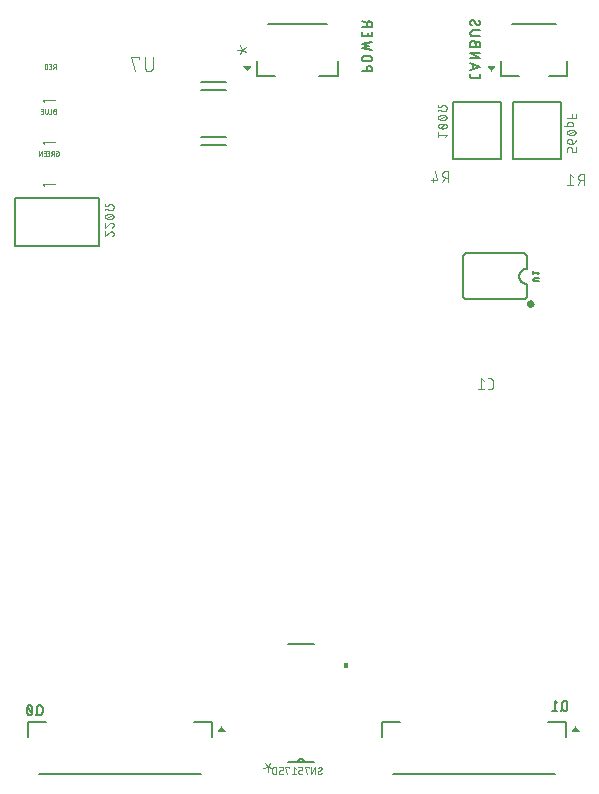
<source format=gbr>
G04 EAGLE Gerber RS-274X export*
G75*
%MOMM*%
%FSLAX34Y34*%
%LPD*%
%INSilkscreen Bottom*%
%IPPOS*%
%AMOC8*
5,1,8,0,0,1.08239X$1,22.5*%
G01*
%ADD10C,0.152400*%
%ADD11C,0.076200*%
%ADD12C,0.203200*%
%ADD13C,0.177800*%
%ADD14C,0.127000*%
%ADD15C,0.025400*%

G36*
X452510Y407420D02*
X452510Y407420D01*
X452512Y407422D01*
X452513Y407421D01*
X453184Y407656D01*
X453185Y407657D01*
X453186Y407657D01*
X453788Y408035D01*
X453789Y408037D01*
X453791Y408037D01*
X454293Y408539D01*
X454293Y408541D01*
X454295Y408542D01*
X454673Y409144D01*
X454673Y409145D01*
X454674Y409146D01*
X454909Y409817D01*
X454909Y409819D01*
X454910Y409820D01*
X454944Y410120D01*
X454944Y410121D01*
X454945Y410132D01*
X454981Y410455D01*
X454983Y410467D01*
X454989Y410526D01*
X454989Y410527D01*
X454988Y410528D01*
X454989Y410529D01*
X454910Y411235D01*
X454908Y411237D01*
X454909Y411238D01*
X454674Y411909D01*
X454673Y411910D01*
X454673Y411911D01*
X454295Y412513D01*
X454293Y412514D01*
X454293Y412516D01*
X453791Y413018D01*
X453789Y413018D01*
X453788Y413020D01*
X453186Y413398D01*
X453185Y413398D01*
X453184Y413399D01*
X452513Y413634D01*
X452511Y413634D01*
X452510Y413635D01*
X451804Y413714D01*
X451802Y413713D01*
X451801Y413714D01*
X451095Y413635D01*
X451093Y413633D01*
X451092Y413634D01*
X450421Y413399D01*
X450420Y413398D01*
X450419Y413398D01*
X449817Y413020D01*
X449816Y413018D01*
X449814Y413018D01*
X449312Y412516D01*
X449312Y412514D01*
X449310Y412513D01*
X448932Y411911D01*
X448932Y411910D01*
X448931Y411909D01*
X448696Y411238D01*
X448697Y411236D01*
X448695Y411235D01*
X448682Y411114D01*
X448680Y411102D01*
X448644Y410780D01*
X448643Y410768D01*
X448616Y410529D01*
X448617Y410527D01*
X448616Y410526D01*
X448695Y409820D01*
X448697Y409818D01*
X448696Y409817D01*
X448931Y409146D01*
X448932Y409145D01*
X448932Y409144D01*
X449310Y408542D01*
X449312Y408541D01*
X449312Y408539D01*
X449814Y408037D01*
X449816Y408037D01*
X449817Y408035D01*
X450419Y407657D01*
X450420Y407657D01*
X450421Y407656D01*
X451092Y407421D01*
X451094Y407422D01*
X451095Y407420D01*
X451801Y407341D01*
X451803Y407342D01*
X451804Y407341D01*
X452510Y407420D01*
G37*
G36*
X492527Y47931D02*
X492527Y47931D01*
X492553Y47928D01*
X492636Y47950D01*
X492721Y47965D01*
X492744Y47979D01*
X492770Y47986D01*
X492840Y48036D01*
X492914Y48080D01*
X492931Y48100D01*
X492953Y48116D01*
X493001Y48187D01*
X493055Y48254D01*
X493064Y48279D01*
X493079Y48301D01*
X493100Y48385D01*
X493127Y48466D01*
X493127Y48493D01*
X493133Y48519D01*
X493123Y48605D01*
X493121Y48691D01*
X493111Y48715D01*
X493108Y48742D01*
X493051Y48862D01*
X493036Y48898D01*
X493031Y48904D01*
X493028Y48912D01*
X490488Y52722D01*
X490434Y52778D01*
X490386Y52840D01*
X490361Y52856D01*
X490348Y52870D01*
X490343Y52872D01*
X490332Y52884D01*
X490262Y52917D01*
X490196Y52959D01*
X490162Y52966D01*
X490130Y52981D01*
X490053Y52988D01*
X489976Y53004D01*
X489941Y52999D01*
X489907Y53002D01*
X489831Y52982D01*
X489754Y52970D01*
X489737Y52960D01*
X489736Y52960D01*
X489731Y52957D01*
X489724Y52953D01*
X489690Y52944D01*
X489626Y52899D01*
X489558Y52861D01*
X489547Y52848D01*
X489543Y52846D01*
X489531Y52831D01*
X489507Y52814D01*
X489481Y52775D01*
X489432Y52722D01*
X486892Y48912D01*
X486882Y48887D01*
X486865Y48866D01*
X486837Y48785D01*
X486803Y48706D01*
X486801Y48679D01*
X486793Y48654D01*
X486795Y48568D01*
X486791Y48482D01*
X486799Y48456D01*
X486799Y48429D01*
X486832Y48350D01*
X486857Y48268D01*
X486874Y48246D01*
X486884Y48222D01*
X486942Y48158D01*
X486994Y48090D01*
X487017Y48076D01*
X487035Y48056D01*
X487112Y48017D01*
X487184Y47971D01*
X487211Y47966D01*
X487235Y47953D01*
X487365Y47934D01*
X487404Y47926D01*
X487411Y47927D01*
X487420Y47926D01*
X492500Y47926D01*
X492527Y47931D01*
G37*
G36*
X192807Y47931D02*
X192807Y47931D01*
X192833Y47928D01*
X192916Y47950D01*
X193001Y47965D01*
X193024Y47979D01*
X193050Y47986D01*
X193120Y48036D01*
X193194Y48080D01*
X193211Y48100D01*
X193233Y48116D01*
X193281Y48187D01*
X193335Y48254D01*
X193344Y48279D01*
X193359Y48301D01*
X193380Y48385D01*
X193407Y48466D01*
X193407Y48493D01*
X193413Y48519D01*
X193403Y48605D01*
X193401Y48691D01*
X193391Y48715D01*
X193388Y48742D01*
X193331Y48862D01*
X193316Y48898D01*
X193311Y48904D01*
X193308Y48912D01*
X190768Y52722D01*
X190714Y52778D01*
X190666Y52840D01*
X190641Y52856D01*
X190628Y52870D01*
X190623Y52872D01*
X190612Y52884D01*
X190542Y52917D01*
X190476Y52959D01*
X190442Y52966D01*
X190410Y52981D01*
X190333Y52988D01*
X190256Y53004D01*
X190221Y52999D01*
X190187Y53002D01*
X190111Y52982D01*
X190034Y52970D01*
X190017Y52960D01*
X190016Y52960D01*
X190011Y52957D01*
X190004Y52953D01*
X189970Y52944D01*
X189906Y52899D01*
X189838Y52861D01*
X189827Y52848D01*
X189823Y52846D01*
X189811Y52831D01*
X189787Y52814D01*
X189761Y52775D01*
X189712Y52722D01*
X187172Y48912D01*
X187162Y48887D01*
X187145Y48866D01*
X187117Y48785D01*
X187083Y48706D01*
X187081Y48679D01*
X187073Y48654D01*
X187075Y48568D01*
X187071Y48482D01*
X187079Y48456D01*
X187079Y48429D01*
X187112Y48350D01*
X187137Y48268D01*
X187154Y48246D01*
X187164Y48222D01*
X187222Y48158D01*
X187274Y48090D01*
X187297Y48076D01*
X187315Y48056D01*
X187392Y48017D01*
X187464Y47971D01*
X187491Y47966D01*
X187515Y47953D01*
X187645Y47934D01*
X187684Y47926D01*
X187691Y47927D01*
X187700Y47926D01*
X192780Y47926D01*
X192807Y47931D01*
G37*
G36*
X211669Y607401D02*
X211669Y607401D01*
X211703Y607398D01*
X211779Y607418D01*
X211856Y607430D01*
X211886Y607447D01*
X211920Y607456D01*
X211984Y607501D01*
X212052Y607539D01*
X212078Y607569D01*
X212103Y607586D01*
X212129Y607625D01*
X212178Y607678D01*
X214718Y611488D01*
X214728Y611511D01*
X214742Y611529D01*
X214743Y611531D01*
X214745Y611534D01*
X214773Y611615D01*
X214807Y611694D01*
X214809Y611721D01*
X214817Y611746D01*
X214815Y611832D01*
X214819Y611918D01*
X214811Y611944D01*
X214811Y611971D01*
X214778Y612050D01*
X214753Y612132D01*
X214736Y612154D01*
X214726Y612178D01*
X214668Y612242D01*
X214616Y612310D01*
X214593Y612324D01*
X214575Y612344D01*
X214498Y612383D01*
X214426Y612429D01*
X214399Y612434D01*
X214375Y612447D01*
X214245Y612466D01*
X214206Y612474D01*
X214199Y612473D01*
X214190Y612474D01*
X209110Y612474D01*
X209084Y612470D01*
X209057Y612472D01*
X208974Y612450D01*
X208889Y612435D01*
X208866Y612421D01*
X208840Y612414D01*
X208770Y612364D01*
X208696Y612320D01*
X208679Y612300D01*
X208657Y612284D01*
X208609Y612213D01*
X208555Y612146D01*
X208546Y612121D01*
X208531Y612099D01*
X208510Y612015D01*
X208483Y611934D01*
X208484Y611907D01*
X208477Y611881D01*
X208487Y611795D01*
X208489Y611709D01*
X208499Y611685D01*
X208502Y611658D01*
X208559Y611538D01*
X208574Y611502D01*
X208576Y611499D01*
X208577Y611497D01*
X208580Y611494D01*
X208582Y611488D01*
X211122Y607678D01*
X211176Y607622D01*
X211224Y607560D01*
X211254Y607542D01*
X211278Y607516D01*
X211348Y607483D01*
X211414Y607441D01*
X211449Y607434D01*
X211480Y607419D01*
X211557Y607412D01*
X211634Y607396D01*
X211669Y607401D01*
G37*
G36*
X418579Y607401D02*
X418579Y607401D01*
X418613Y607398D01*
X418689Y607418D01*
X418766Y607430D01*
X418796Y607447D01*
X418830Y607456D01*
X418894Y607501D01*
X418962Y607539D01*
X418988Y607569D01*
X419013Y607586D01*
X419039Y607625D01*
X419088Y607678D01*
X421628Y611488D01*
X421638Y611511D01*
X421652Y611529D01*
X421653Y611531D01*
X421655Y611534D01*
X421683Y611615D01*
X421717Y611694D01*
X421719Y611721D01*
X421727Y611746D01*
X421725Y611832D01*
X421729Y611918D01*
X421721Y611944D01*
X421721Y611971D01*
X421688Y612050D01*
X421663Y612132D01*
X421646Y612154D01*
X421636Y612178D01*
X421578Y612242D01*
X421526Y612310D01*
X421503Y612324D01*
X421485Y612344D01*
X421408Y612383D01*
X421336Y612429D01*
X421309Y612434D01*
X421285Y612447D01*
X421155Y612466D01*
X421116Y612474D01*
X421109Y612473D01*
X421100Y612474D01*
X416020Y612474D01*
X415994Y612470D01*
X415967Y612472D01*
X415884Y612450D01*
X415799Y612435D01*
X415776Y612421D01*
X415750Y612414D01*
X415680Y612364D01*
X415606Y612320D01*
X415589Y612300D01*
X415567Y612284D01*
X415519Y612213D01*
X415465Y612146D01*
X415456Y612121D01*
X415441Y612099D01*
X415420Y612015D01*
X415393Y611934D01*
X415394Y611907D01*
X415387Y611881D01*
X415397Y611795D01*
X415399Y611709D01*
X415409Y611685D01*
X415412Y611658D01*
X415469Y611538D01*
X415484Y611502D01*
X415486Y611499D01*
X415487Y611497D01*
X415490Y611494D01*
X415492Y611488D01*
X418032Y607678D01*
X418086Y607622D01*
X418134Y607560D01*
X418164Y607542D01*
X418188Y607516D01*
X418258Y607483D01*
X418324Y607441D01*
X418359Y607434D01*
X418390Y607419D01*
X418467Y607412D01*
X418544Y607396D01*
X418579Y607401D01*
G37*
G36*
X296669Y102201D02*
X296669Y102201D01*
X296671Y102200D01*
X296714Y102220D01*
X296758Y102239D01*
X296758Y102241D01*
X296760Y102242D01*
X296793Y102326D01*
X296793Y106136D01*
X296792Y106138D01*
X296793Y106140D01*
X296773Y106184D01*
X296755Y106227D01*
X296753Y106228D01*
X296752Y106230D01*
X296667Y106263D01*
X294127Y106263D01*
X294125Y106262D01*
X294123Y106263D01*
X294080Y106243D01*
X294036Y106224D01*
X294035Y106222D01*
X294033Y106221D01*
X294001Y106136D01*
X294001Y102326D01*
X294002Y102324D01*
X294001Y102322D01*
X294021Y102279D01*
X294039Y102236D01*
X294041Y102235D01*
X294042Y102233D01*
X294127Y102200D01*
X296667Y102200D01*
X296669Y102201D01*
G37*
D10*
X436880Y581660D02*
X436880Y533400D01*
X477520Y533400D01*
X477520Y581660D01*
X436880Y581660D01*
X426720Y581660D02*
X386080Y581660D01*
X426720Y581660D02*
X426720Y533400D01*
X386080Y533400D01*
X386080Y581660D01*
D11*
X380619Y553850D02*
X378982Y551804D01*
X380619Y553850D02*
X373253Y553850D01*
X373253Y551804D02*
X373253Y555896D01*
X376936Y559120D02*
X377089Y559122D01*
X377242Y559128D01*
X377394Y559137D01*
X377547Y559151D01*
X377699Y559168D01*
X377850Y559189D01*
X378001Y559214D01*
X378151Y559243D01*
X378301Y559275D01*
X378449Y559312D01*
X378597Y559352D01*
X378744Y559395D01*
X378889Y559443D01*
X379033Y559494D01*
X379176Y559548D01*
X379318Y559607D01*
X379457Y559668D01*
X379596Y559734D01*
X379666Y559760D01*
X379736Y559790D01*
X379803Y559823D01*
X379869Y559859D01*
X379933Y559898D01*
X379995Y559941D01*
X380054Y559987D01*
X380112Y560035D01*
X380166Y560086D01*
X380219Y560140D01*
X380268Y560197D01*
X380315Y560256D01*
X380358Y560317D01*
X380399Y560380D01*
X380436Y560445D01*
X380471Y560512D01*
X380501Y560581D01*
X380529Y560651D01*
X380552Y560722D01*
X380573Y560794D01*
X380589Y560867D01*
X380602Y560941D01*
X380612Y561016D01*
X380617Y561091D01*
X380619Y561166D01*
X380617Y561241D01*
X380612Y561316D01*
X380602Y561391D01*
X380589Y561465D01*
X380573Y561538D01*
X380552Y561610D01*
X380529Y561681D01*
X380501Y561751D01*
X380471Y561820D01*
X380436Y561887D01*
X380399Y561952D01*
X380358Y562015D01*
X380315Y562076D01*
X380268Y562135D01*
X380219Y562192D01*
X380166Y562246D01*
X380112Y562297D01*
X380054Y562346D01*
X379995Y562391D01*
X379933Y562434D01*
X379869Y562473D01*
X379803Y562510D01*
X379735Y562542D01*
X379666Y562572D01*
X379596Y562598D01*
X379458Y562663D01*
X379318Y562725D01*
X379176Y562783D01*
X379033Y562838D01*
X378889Y562889D01*
X378744Y562937D01*
X378597Y562980D01*
X378450Y563020D01*
X378301Y563057D01*
X378151Y563089D01*
X378001Y563118D01*
X377850Y563143D01*
X377699Y563164D01*
X377547Y563181D01*
X377394Y563195D01*
X377242Y563204D01*
X377089Y563210D01*
X376936Y563212D01*
X376936Y559119D02*
X376783Y559121D01*
X376630Y559127D01*
X376477Y559136D01*
X376325Y559150D01*
X376173Y559167D01*
X376022Y559188D01*
X375871Y559213D01*
X375720Y559242D01*
X375571Y559274D01*
X375422Y559311D01*
X375275Y559351D01*
X375128Y559394D01*
X374983Y559442D01*
X374838Y559493D01*
X374696Y559548D01*
X374554Y559606D01*
X374414Y559668D01*
X374276Y559733D01*
X374276Y559734D02*
X374205Y559760D01*
X374136Y559790D01*
X374069Y559823D01*
X374003Y559859D01*
X373939Y559898D01*
X373877Y559941D01*
X373818Y559987D01*
X373760Y560035D01*
X373706Y560086D01*
X373653Y560140D01*
X373604Y560197D01*
X373557Y560256D01*
X373514Y560317D01*
X373473Y560380D01*
X373436Y560445D01*
X373401Y560512D01*
X373371Y560581D01*
X373343Y560651D01*
X373320Y560722D01*
X373299Y560794D01*
X373283Y560867D01*
X373270Y560941D01*
X373260Y561016D01*
X373255Y561091D01*
X373253Y561166D01*
X374276Y562597D02*
X374414Y562662D01*
X374554Y562724D01*
X374696Y562782D01*
X374839Y562837D01*
X374983Y562888D01*
X375128Y562936D01*
X375275Y562979D01*
X375423Y563019D01*
X375571Y563056D01*
X375721Y563088D01*
X375871Y563117D01*
X376022Y563142D01*
X376173Y563163D01*
X376325Y563180D01*
X376478Y563194D01*
X376630Y563203D01*
X376783Y563209D01*
X376936Y563211D01*
X374276Y562598D02*
X374206Y562572D01*
X374136Y562542D01*
X374069Y562510D01*
X374003Y562473D01*
X373939Y562434D01*
X373877Y562391D01*
X373818Y562345D01*
X373760Y562297D01*
X373706Y562246D01*
X373653Y562192D01*
X373604Y562135D01*
X373557Y562076D01*
X373514Y562015D01*
X373473Y561952D01*
X373436Y561887D01*
X373401Y561820D01*
X373371Y561751D01*
X373343Y561681D01*
X373320Y561610D01*
X373299Y561538D01*
X373283Y561465D01*
X373270Y561391D01*
X373260Y561316D01*
X373255Y561241D01*
X373253Y561166D01*
X374890Y559529D02*
X378982Y562802D01*
X376936Y566435D02*
X377089Y566437D01*
X377242Y566443D01*
X377394Y566452D01*
X377547Y566466D01*
X377699Y566483D01*
X377850Y566504D01*
X378001Y566529D01*
X378151Y566558D01*
X378301Y566590D01*
X378449Y566627D01*
X378597Y566667D01*
X378744Y566710D01*
X378889Y566758D01*
X379033Y566809D01*
X379176Y566863D01*
X379318Y566922D01*
X379457Y566983D01*
X379596Y567049D01*
X379666Y567075D01*
X379736Y567105D01*
X379803Y567138D01*
X379869Y567174D01*
X379933Y567213D01*
X379995Y567256D01*
X380054Y567302D01*
X380112Y567350D01*
X380166Y567401D01*
X380219Y567455D01*
X380268Y567512D01*
X380315Y567571D01*
X380358Y567632D01*
X380399Y567695D01*
X380436Y567760D01*
X380471Y567827D01*
X380501Y567896D01*
X380529Y567966D01*
X380552Y568037D01*
X380573Y568109D01*
X380589Y568182D01*
X380602Y568256D01*
X380612Y568331D01*
X380617Y568406D01*
X380619Y568481D01*
X380617Y568556D01*
X380612Y568631D01*
X380602Y568706D01*
X380589Y568780D01*
X380573Y568853D01*
X380552Y568925D01*
X380529Y568996D01*
X380501Y569066D01*
X380471Y569135D01*
X380436Y569202D01*
X380399Y569267D01*
X380358Y569330D01*
X380315Y569391D01*
X380268Y569450D01*
X380219Y569507D01*
X380166Y569561D01*
X380112Y569612D01*
X380054Y569661D01*
X379995Y569706D01*
X379933Y569749D01*
X379869Y569788D01*
X379803Y569825D01*
X379735Y569857D01*
X379666Y569887D01*
X379596Y569913D01*
X379458Y569978D01*
X379318Y570040D01*
X379176Y570098D01*
X379033Y570153D01*
X378889Y570204D01*
X378744Y570252D01*
X378597Y570295D01*
X378450Y570335D01*
X378301Y570372D01*
X378151Y570404D01*
X378001Y570433D01*
X377850Y570458D01*
X377699Y570479D01*
X377547Y570496D01*
X377394Y570510D01*
X377242Y570519D01*
X377089Y570525D01*
X376936Y570527D01*
X376936Y566434D02*
X376783Y566436D01*
X376630Y566442D01*
X376477Y566451D01*
X376325Y566465D01*
X376173Y566482D01*
X376022Y566503D01*
X375871Y566528D01*
X375720Y566557D01*
X375571Y566589D01*
X375422Y566626D01*
X375275Y566666D01*
X375128Y566709D01*
X374983Y566757D01*
X374838Y566808D01*
X374696Y566863D01*
X374554Y566921D01*
X374414Y566983D01*
X374276Y567048D01*
X374276Y567049D02*
X374205Y567075D01*
X374136Y567105D01*
X374069Y567138D01*
X374003Y567174D01*
X373939Y567213D01*
X373877Y567256D01*
X373818Y567302D01*
X373760Y567350D01*
X373706Y567401D01*
X373653Y567455D01*
X373604Y567512D01*
X373557Y567571D01*
X373514Y567632D01*
X373473Y567695D01*
X373436Y567760D01*
X373401Y567827D01*
X373371Y567896D01*
X373343Y567966D01*
X373320Y568037D01*
X373299Y568109D01*
X373283Y568182D01*
X373270Y568256D01*
X373260Y568331D01*
X373255Y568406D01*
X373253Y568481D01*
X374276Y569913D02*
X374414Y569978D01*
X374554Y570040D01*
X374696Y570098D01*
X374839Y570153D01*
X374983Y570204D01*
X375128Y570252D01*
X375275Y570295D01*
X375423Y570335D01*
X375571Y570372D01*
X375721Y570404D01*
X375871Y570433D01*
X376022Y570458D01*
X376173Y570479D01*
X376325Y570496D01*
X376478Y570510D01*
X376630Y570519D01*
X376783Y570525D01*
X376936Y570527D01*
X374276Y569913D02*
X374206Y569887D01*
X374136Y569857D01*
X374069Y569825D01*
X374003Y569788D01*
X373939Y569749D01*
X373877Y569706D01*
X373818Y569660D01*
X373760Y569612D01*
X373706Y569561D01*
X373653Y569507D01*
X373604Y569450D01*
X373557Y569391D01*
X373514Y569330D01*
X373473Y569267D01*
X373436Y569202D01*
X373401Y569135D01*
X373371Y569066D01*
X373343Y568996D01*
X373320Y568925D01*
X373299Y568853D01*
X373283Y568780D01*
X373270Y568706D01*
X373260Y568631D01*
X373255Y568556D01*
X373253Y568481D01*
X374890Y566844D02*
X378982Y570118D01*
X378164Y573829D02*
X378260Y573831D01*
X378357Y573837D01*
X378453Y573846D01*
X378548Y573859D01*
X378643Y573876D01*
X378737Y573897D01*
X378830Y573921D01*
X378923Y573949D01*
X379014Y573981D01*
X379103Y574016D01*
X379192Y574055D01*
X379279Y574097D01*
X379364Y574142D01*
X379447Y574191D01*
X379528Y574243D01*
X379607Y574298D01*
X379684Y574356D01*
X379758Y574417D01*
X379830Y574481D01*
X379900Y574548D01*
X379967Y574618D01*
X380031Y574690D01*
X380092Y574764D01*
X380150Y574841D01*
X380205Y574920D01*
X380257Y575001D01*
X380306Y575084D01*
X380351Y575169D01*
X380393Y575256D01*
X380432Y575345D01*
X380467Y575434D01*
X380499Y575525D01*
X380527Y575618D01*
X380551Y575711D01*
X380572Y575805D01*
X380589Y575900D01*
X380602Y575995D01*
X380611Y576091D01*
X380617Y576188D01*
X380619Y576284D01*
X378164Y573828D02*
X377345Y573828D01*
X377252Y573830D01*
X377160Y573835D01*
X377067Y573845D01*
X376975Y573858D01*
X376884Y573874D01*
X376793Y573895D01*
X376704Y573918D01*
X376615Y573946D01*
X376527Y573977D01*
X376441Y574011D01*
X376357Y574049D01*
X376273Y574090D01*
X376192Y574135D01*
X376112Y574183D01*
X376035Y574234D01*
X375959Y574288D01*
X375886Y574345D01*
X375815Y574404D01*
X375746Y574467D01*
X375680Y574532D01*
X375617Y574600D01*
X375557Y574671D01*
X375499Y574743D01*
X375444Y574818D01*
X375393Y574896D01*
X375344Y574975D01*
X375299Y575056D01*
X373253Y575056D01*
X373253Y573828D01*
X378164Y578739D02*
X378260Y578737D01*
X378357Y578731D01*
X378453Y578722D01*
X378548Y578709D01*
X378643Y578692D01*
X378737Y578671D01*
X378830Y578647D01*
X378923Y578619D01*
X379014Y578587D01*
X379103Y578552D01*
X379192Y578513D01*
X379279Y578471D01*
X379364Y578426D01*
X379447Y578377D01*
X379528Y578325D01*
X379607Y578270D01*
X379684Y578212D01*
X379758Y578151D01*
X379830Y578087D01*
X379900Y578020D01*
X379967Y577950D01*
X380031Y577878D01*
X380092Y577804D01*
X380150Y577727D01*
X380205Y577648D01*
X380257Y577567D01*
X380306Y577484D01*
X380351Y577399D01*
X380393Y577312D01*
X380432Y577223D01*
X380467Y577134D01*
X380499Y577043D01*
X380527Y576950D01*
X380551Y576857D01*
X380572Y576763D01*
X380589Y576668D01*
X380602Y576573D01*
X380611Y576477D01*
X380617Y576380D01*
X380619Y576284D01*
X378164Y578739D02*
X377345Y578739D01*
X377252Y578737D01*
X377160Y578732D01*
X377067Y578722D01*
X376975Y578709D01*
X376884Y578693D01*
X376793Y578672D01*
X376704Y578649D01*
X376615Y578621D01*
X376527Y578590D01*
X376441Y578556D01*
X376357Y578518D01*
X376273Y578477D01*
X376192Y578432D01*
X376112Y578384D01*
X376035Y578333D01*
X375959Y578279D01*
X375886Y578222D01*
X375815Y578163D01*
X375746Y578100D01*
X375680Y578035D01*
X375617Y577967D01*
X375557Y577896D01*
X375499Y577824D01*
X375444Y577749D01*
X375393Y577671D01*
X375344Y577592D01*
X375299Y577511D01*
X373253Y577511D01*
X373253Y578739D01*
X482473Y541512D02*
X482473Y539056D01*
X482473Y541512D02*
X482475Y541592D01*
X482481Y541672D01*
X482491Y541752D01*
X482504Y541831D01*
X482522Y541910D01*
X482543Y541987D01*
X482569Y542063D01*
X482598Y542138D01*
X482630Y542212D01*
X482666Y542284D01*
X482706Y542354D01*
X482749Y542421D01*
X482795Y542487D01*
X482845Y542550D01*
X482897Y542611D01*
X482952Y542670D01*
X483011Y542725D01*
X483071Y542777D01*
X483135Y542827D01*
X483201Y542873D01*
X483268Y542916D01*
X483338Y542956D01*
X483410Y542992D01*
X483484Y543024D01*
X483558Y543053D01*
X483635Y543079D01*
X483712Y543100D01*
X483791Y543118D01*
X483870Y543131D01*
X483950Y543141D01*
X484030Y543147D01*
X484110Y543149D01*
X484928Y543149D01*
X485006Y543147D01*
X485084Y543142D01*
X485161Y543132D01*
X485238Y543119D01*
X485314Y543103D01*
X485389Y543083D01*
X485463Y543059D01*
X485536Y543032D01*
X485608Y543001D01*
X485678Y542967D01*
X485747Y542930D01*
X485813Y542889D01*
X485878Y542845D01*
X485940Y542799D01*
X486000Y542749D01*
X486058Y542697D01*
X486113Y542642D01*
X486165Y542584D01*
X486215Y542524D01*
X486261Y542462D01*
X486305Y542397D01*
X486346Y542331D01*
X486383Y542262D01*
X486417Y542192D01*
X486448Y542120D01*
X486475Y542047D01*
X486499Y541973D01*
X486519Y541898D01*
X486535Y541822D01*
X486548Y541745D01*
X486558Y541668D01*
X486563Y541590D01*
X486565Y541512D01*
X486565Y539056D01*
X489839Y539056D01*
X489839Y543149D01*
X486565Y546372D02*
X486565Y548827D01*
X486563Y548905D01*
X486558Y548983D01*
X486548Y549060D01*
X486535Y549137D01*
X486519Y549213D01*
X486499Y549288D01*
X486475Y549362D01*
X486448Y549435D01*
X486417Y549507D01*
X486383Y549577D01*
X486346Y549646D01*
X486305Y549712D01*
X486261Y549777D01*
X486215Y549839D01*
X486165Y549899D01*
X486113Y549957D01*
X486058Y550012D01*
X486000Y550064D01*
X485940Y550114D01*
X485878Y550160D01*
X485813Y550204D01*
X485747Y550245D01*
X485678Y550282D01*
X485608Y550316D01*
X485536Y550347D01*
X485463Y550374D01*
X485389Y550398D01*
X485314Y550418D01*
X485238Y550434D01*
X485161Y550447D01*
X485084Y550457D01*
X485006Y550462D01*
X484928Y550464D01*
X484519Y550464D01*
X484430Y550462D01*
X484341Y550456D01*
X484252Y550446D01*
X484164Y550433D01*
X484076Y550416D01*
X483989Y550394D01*
X483904Y550369D01*
X483819Y550341D01*
X483736Y550308D01*
X483654Y550272D01*
X483574Y550233D01*
X483496Y550190D01*
X483420Y550144D01*
X483345Y550094D01*
X483273Y550041D01*
X483204Y549985D01*
X483137Y549926D01*
X483072Y549865D01*
X483011Y549800D01*
X482952Y549733D01*
X482896Y549664D01*
X482843Y549592D01*
X482793Y549517D01*
X482747Y549441D01*
X482704Y549363D01*
X482665Y549283D01*
X482629Y549201D01*
X482596Y549118D01*
X482568Y549033D01*
X482543Y548948D01*
X482521Y548861D01*
X482504Y548773D01*
X482491Y548685D01*
X482481Y548596D01*
X482475Y548507D01*
X482473Y548418D01*
X482475Y548329D01*
X482481Y548240D01*
X482491Y548151D01*
X482504Y548063D01*
X482521Y547975D01*
X482543Y547888D01*
X482568Y547803D01*
X482596Y547718D01*
X482629Y547635D01*
X482665Y547553D01*
X482704Y547473D01*
X482747Y547395D01*
X482793Y547319D01*
X482843Y547244D01*
X482896Y547172D01*
X482952Y547103D01*
X483011Y547036D01*
X483072Y546971D01*
X483137Y546910D01*
X483204Y546851D01*
X483273Y546795D01*
X483345Y546742D01*
X483420Y546692D01*
X483496Y546646D01*
X483574Y546603D01*
X483654Y546564D01*
X483736Y546528D01*
X483819Y546495D01*
X483904Y546467D01*
X483989Y546442D01*
X484076Y546420D01*
X484164Y546403D01*
X484252Y546390D01*
X484341Y546380D01*
X484430Y546374D01*
X484519Y546372D01*
X486565Y546372D01*
X486565Y546371D02*
X486679Y546373D01*
X486793Y546379D01*
X486907Y546389D01*
X487021Y546403D01*
X487134Y546421D01*
X487246Y546443D01*
X487357Y546468D01*
X487467Y546498D01*
X487577Y546531D01*
X487685Y546568D01*
X487791Y546609D01*
X487897Y546654D01*
X488000Y546702D01*
X488102Y546754D01*
X488202Y546810D01*
X488300Y546868D01*
X488396Y546931D01*
X488489Y546996D01*
X488581Y547065D01*
X488669Y547137D01*
X488756Y547212D01*
X488839Y547290D01*
X488920Y547371D01*
X488998Y547454D01*
X489073Y547541D01*
X489145Y547629D01*
X489214Y547721D01*
X489279Y547814D01*
X489341Y547910D01*
X489400Y548008D01*
X489456Y548108D01*
X489508Y548210D01*
X489556Y548313D01*
X489601Y548419D01*
X489642Y548525D01*
X489679Y548633D01*
X489712Y548743D01*
X489742Y548853D01*
X489767Y548964D01*
X489789Y549076D01*
X489807Y549189D01*
X489821Y549303D01*
X489831Y549417D01*
X489837Y549531D01*
X489839Y549645D01*
X488816Y554301D02*
X488677Y554235D01*
X488538Y554174D01*
X488396Y554115D01*
X488253Y554061D01*
X488109Y554010D01*
X487964Y553962D01*
X487817Y553919D01*
X487669Y553879D01*
X487521Y553842D01*
X487371Y553810D01*
X487221Y553781D01*
X487070Y553756D01*
X486919Y553735D01*
X486767Y553718D01*
X486614Y553704D01*
X486462Y553695D01*
X486309Y553689D01*
X486156Y553687D01*
X488816Y554301D02*
X488886Y554327D01*
X488956Y554357D01*
X489023Y554390D01*
X489089Y554426D01*
X489153Y554465D01*
X489215Y554508D01*
X489274Y554554D01*
X489332Y554602D01*
X489386Y554653D01*
X489439Y554707D01*
X489488Y554764D01*
X489535Y554823D01*
X489578Y554884D01*
X489619Y554947D01*
X489656Y555012D01*
X489691Y555079D01*
X489721Y555148D01*
X489749Y555218D01*
X489772Y555289D01*
X489793Y555361D01*
X489809Y555434D01*
X489822Y555508D01*
X489832Y555583D01*
X489837Y555658D01*
X489839Y555733D01*
X489837Y555808D01*
X489832Y555883D01*
X489822Y555958D01*
X489809Y556032D01*
X489793Y556105D01*
X489772Y556177D01*
X489749Y556248D01*
X489721Y556318D01*
X489691Y556387D01*
X489656Y556454D01*
X489619Y556519D01*
X489578Y556582D01*
X489535Y556643D01*
X489488Y556702D01*
X489439Y556759D01*
X489386Y556813D01*
X489332Y556864D01*
X489274Y556913D01*
X489215Y556958D01*
X489153Y557001D01*
X489089Y557040D01*
X489023Y557077D01*
X488955Y557109D01*
X488886Y557139D01*
X488816Y557165D01*
X488678Y557230D01*
X488538Y557292D01*
X488396Y557350D01*
X488253Y557405D01*
X488109Y557456D01*
X487964Y557504D01*
X487817Y557547D01*
X487670Y557587D01*
X487521Y557624D01*
X487371Y557656D01*
X487221Y557685D01*
X487070Y557710D01*
X486919Y557731D01*
X486767Y557748D01*
X486614Y557762D01*
X486462Y557771D01*
X486309Y557777D01*
X486156Y557779D01*
X486156Y553686D02*
X486003Y553688D01*
X485850Y553694D01*
X485697Y553703D01*
X485545Y553717D01*
X485393Y553734D01*
X485242Y553755D01*
X485091Y553780D01*
X484940Y553809D01*
X484791Y553841D01*
X484642Y553878D01*
X484495Y553918D01*
X484348Y553961D01*
X484203Y554009D01*
X484058Y554060D01*
X483916Y554115D01*
X483774Y554173D01*
X483634Y554235D01*
X483496Y554300D01*
X483496Y554301D02*
X483425Y554327D01*
X483356Y554357D01*
X483289Y554390D01*
X483223Y554426D01*
X483159Y554465D01*
X483097Y554508D01*
X483038Y554554D01*
X482980Y554602D01*
X482926Y554653D01*
X482873Y554707D01*
X482824Y554764D01*
X482777Y554823D01*
X482734Y554884D01*
X482693Y554947D01*
X482656Y555012D01*
X482621Y555079D01*
X482591Y555148D01*
X482563Y555218D01*
X482540Y555289D01*
X482519Y555361D01*
X482503Y555434D01*
X482490Y555508D01*
X482480Y555583D01*
X482475Y555658D01*
X482473Y555733D01*
X483496Y557165D02*
X483634Y557230D01*
X483774Y557292D01*
X483916Y557350D01*
X484059Y557405D01*
X484203Y557456D01*
X484348Y557504D01*
X484495Y557547D01*
X484643Y557587D01*
X484791Y557624D01*
X484941Y557656D01*
X485091Y557685D01*
X485242Y557710D01*
X485393Y557731D01*
X485545Y557748D01*
X485698Y557762D01*
X485850Y557771D01*
X486003Y557777D01*
X486156Y557779D01*
X483496Y557165D02*
X483426Y557139D01*
X483356Y557109D01*
X483289Y557077D01*
X483223Y557040D01*
X483159Y557001D01*
X483097Y556958D01*
X483038Y556912D01*
X482980Y556864D01*
X482926Y556813D01*
X482873Y556759D01*
X482824Y556702D01*
X482777Y556643D01*
X482734Y556582D01*
X482693Y556519D01*
X482656Y556454D01*
X482621Y556387D01*
X482591Y556318D01*
X482563Y556248D01*
X482540Y556177D01*
X482519Y556105D01*
X482503Y556032D01*
X482490Y555958D01*
X482480Y555883D01*
X482475Y555808D01*
X482473Y555733D01*
X484110Y554096D02*
X488202Y557370D01*
X487384Y561208D02*
X480018Y561208D01*
X487384Y561208D02*
X487384Y563254D01*
X487382Y563323D01*
X487376Y563391D01*
X487367Y563460D01*
X487353Y563527D01*
X487336Y563594D01*
X487315Y563660D01*
X487291Y563724D01*
X487262Y563787D01*
X487231Y563848D01*
X487196Y563907D01*
X487158Y563965D01*
X487116Y564020D01*
X487072Y564072D01*
X487024Y564122D01*
X486974Y564170D01*
X486922Y564214D01*
X486867Y564256D01*
X486809Y564294D01*
X486750Y564329D01*
X486689Y564360D01*
X486626Y564389D01*
X486562Y564413D01*
X486496Y564434D01*
X486429Y564451D01*
X486362Y564465D01*
X486293Y564474D01*
X486225Y564480D01*
X486156Y564482D01*
X483701Y564482D01*
X483632Y564480D01*
X483564Y564474D01*
X483495Y564465D01*
X483428Y564451D01*
X483361Y564434D01*
X483295Y564413D01*
X483231Y564389D01*
X483168Y564360D01*
X483107Y564329D01*
X483048Y564294D01*
X482990Y564256D01*
X482935Y564214D01*
X482883Y564170D01*
X482833Y564122D01*
X482785Y564072D01*
X482741Y564020D01*
X482700Y563965D01*
X482661Y563907D01*
X482626Y563848D01*
X482595Y563787D01*
X482566Y563724D01*
X482542Y563660D01*
X482521Y563594D01*
X482504Y563527D01*
X482490Y563460D01*
X482481Y563392D01*
X482475Y563323D01*
X482473Y563254D01*
X482473Y561208D01*
X482473Y567845D02*
X489839Y567845D01*
X489839Y571119D01*
X486565Y571119D02*
X486565Y567845D01*
D10*
X86360Y500380D02*
X15240Y500380D01*
X86360Y500380D02*
X86360Y459740D01*
X15240Y459740D01*
X15240Y500380D01*
D11*
X96838Y472077D02*
X96923Y472075D01*
X97008Y472069D01*
X97092Y472059D01*
X97176Y472046D01*
X97260Y472028D01*
X97342Y472007D01*
X97423Y471982D01*
X97503Y471953D01*
X97582Y471920D01*
X97659Y471884D01*
X97734Y471844D01*
X97808Y471801D01*
X97879Y471755D01*
X97948Y471705D01*
X98015Y471652D01*
X98079Y471596D01*
X98140Y471537D01*
X98199Y471476D01*
X98255Y471412D01*
X98308Y471345D01*
X98358Y471276D01*
X98404Y471205D01*
X98447Y471131D01*
X98487Y471056D01*
X98523Y470979D01*
X98556Y470900D01*
X98585Y470820D01*
X98610Y470739D01*
X98631Y470657D01*
X98649Y470573D01*
X98662Y470489D01*
X98672Y470405D01*
X98678Y470320D01*
X98680Y470235D01*
X98679Y470235D02*
X98677Y470139D01*
X98671Y470043D01*
X98661Y469948D01*
X98648Y469853D01*
X98630Y469758D01*
X98609Y469665D01*
X98584Y469572D01*
X98555Y469481D01*
X98523Y469390D01*
X98487Y469301D01*
X98447Y469214D01*
X98404Y469128D01*
X98358Y469044D01*
X98308Y468962D01*
X98254Y468882D01*
X98198Y468805D01*
X98138Y468730D01*
X98076Y468657D01*
X98010Y468587D01*
X97942Y468519D01*
X97871Y468454D01*
X97798Y468393D01*
X97722Y468334D01*
X97643Y468278D01*
X97563Y468226D01*
X97480Y468177D01*
X97396Y468131D01*
X97310Y468089D01*
X97222Y468051D01*
X97133Y468016D01*
X97042Y467984D01*
X95406Y471463D02*
X95465Y471523D01*
X95527Y471580D01*
X95591Y471635D01*
X95658Y471686D01*
X95727Y471735D01*
X95797Y471781D01*
X95870Y471824D01*
X95944Y471864D01*
X96020Y471900D01*
X96098Y471933D01*
X96177Y471963D01*
X96257Y471990D01*
X96338Y472013D01*
X96420Y472032D01*
X96502Y472048D01*
X96586Y472061D01*
X96670Y472070D01*
X96754Y472075D01*
X96838Y472077D01*
X95405Y471463D02*
X91313Y467984D01*
X91313Y472076D01*
X96838Y479392D02*
X96923Y479390D01*
X97008Y479384D01*
X97092Y479374D01*
X97176Y479361D01*
X97260Y479343D01*
X97342Y479322D01*
X97423Y479297D01*
X97503Y479268D01*
X97582Y479235D01*
X97659Y479199D01*
X97734Y479159D01*
X97808Y479116D01*
X97879Y479070D01*
X97948Y479020D01*
X98015Y478967D01*
X98079Y478911D01*
X98140Y478852D01*
X98199Y478791D01*
X98255Y478727D01*
X98308Y478660D01*
X98358Y478591D01*
X98404Y478520D01*
X98447Y478446D01*
X98487Y478371D01*
X98523Y478294D01*
X98556Y478215D01*
X98585Y478135D01*
X98610Y478054D01*
X98631Y477972D01*
X98649Y477888D01*
X98662Y477804D01*
X98672Y477720D01*
X98678Y477635D01*
X98680Y477550D01*
X98679Y477550D02*
X98677Y477454D01*
X98671Y477358D01*
X98661Y477263D01*
X98648Y477168D01*
X98630Y477073D01*
X98609Y476980D01*
X98584Y476887D01*
X98555Y476796D01*
X98523Y476705D01*
X98487Y476616D01*
X98447Y476529D01*
X98404Y476443D01*
X98358Y476359D01*
X98308Y476277D01*
X98254Y476197D01*
X98198Y476120D01*
X98138Y476045D01*
X98076Y475972D01*
X98010Y475902D01*
X97942Y475834D01*
X97871Y475769D01*
X97798Y475708D01*
X97722Y475649D01*
X97643Y475593D01*
X97563Y475541D01*
X97480Y475492D01*
X97396Y475446D01*
X97310Y475404D01*
X97222Y475366D01*
X97133Y475331D01*
X97042Y475299D01*
X95406Y478778D02*
X95465Y478838D01*
X95527Y478895D01*
X95591Y478950D01*
X95658Y479001D01*
X95727Y479050D01*
X95797Y479096D01*
X95870Y479139D01*
X95944Y479179D01*
X96020Y479215D01*
X96098Y479248D01*
X96177Y479278D01*
X96257Y479305D01*
X96338Y479328D01*
X96420Y479347D01*
X96502Y479363D01*
X96586Y479376D01*
X96670Y479385D01*
X96754Y479390D01*
X96838Y479392D01*
X95405Y478778D02*
X91313Y475299D01*
X91313Y479392D01*
X94996Y482615D02*
X95149Y482617D01*
X95302Y482623D01*
X95454Y482632D01*
X95607Y482646D01*
X95759Y482663D01*
X95910Y482684D01*
X96061Y482709D01*
X96211Y482738D01*
X96361Y482770D01*
X96509Y482807D01*
X96657Y482847D01*
X96804Y482890D01*
X96949Y482938D01*
X97093Y482989D01*
X97236Y483043D01*
X97378Y483102D01*
X97517Y483163D01*
X97656Y483229D01*
X97726Y483255D01*
X97796Y483285D01*
X97863Y483318D01*
X97929Y483354D01*
X97993Y483393D01*
X98055Y483436D01*
X98114Y483482D01*
X98172Y483530D01*
X98226Y483581D01*
X98279Y483635D01*
X98328Y483692D01*
X98375Y483751D01*
X98418Y483812D01*
X98459Y483875D01*
X98496Y483940D01*
X98531Y484007D01*
X98561Y484076D01*
X98589Y484146D01*
X98612Y484217D01*
X98633Y484289D01*
X98649Y484362D01*
X98662Y484436D01*
X98672Y484511D01*
X98677Y484586D01*
X98679Y484661D01*
X98677Y484736D01*
X98672Y484811D01*
X98662Y484886D01*
X98649Y484960D01*
X98633Y485033D01*
X98612Y485105D01*
X98589Y485176D01*
X98561Y485246D01*
X98531Y485315D01*
X98496Y485382D01*
X98459Y485447D01*
X98418Y485510D01*
X98375Y485571D01*
X98328Y485630D01*
X98279Y485687D01*
X98226Y485741D01*
X98172Y485792D01*
X98114Y485841D01*
X98055Y485886D01*
X97993Y485929D01*
X97929Y485968D01*
X97863Y486005D01*
X97795Y486037D01*
X97726Y486067D01*
X97656Y486093D01*
X97518Y486158D01*
X97378Y486220D01*
X97236Y486278D01*
X97093Y486333D01*
X96949Y486384D01*
X96804Y486432D01*
X96657Y486475D01*
X96510Y486515D01*
X96361Y486552D01*
X96211Y486584D01*
X96061Y486613D01*
X95910Y486638D01*
X95759Y486659D01*
X95607Y486676D01*
X95454Y486690D01*
X95302Y486699D01*
X95149Y486705D01*
X94996Y486707D01*
X94996Y482614D02*
X94843Y482616D01*
X94690Y482622D01*
X94537Y482631D01*
X94385Y482645D01*
X94233Y482662D01*
X94082Y482683D01*
X93931Y482708D01*
X93780Y482737D01*
X93631Y482769D01*
X93482Y482806D01*
X93335Y482846D01*
X93188Y482889D01*
X93043Y482937D01*
X92898Y482988D01*
X92756Y483043D01*
X92614Y483101D01*
X92474Y483163D01*
X92336Y483228D01*
X92336Y483229D02*
X92265Y483255D01*
X92196Y483285D01*
X92129Y483318D01*
X92063Y483354D01*
X91999Y483393D01*
X91937Y483436D01*
X91878Y483482D01*
X91820Y483530D01*
X91766Y483581D01*
X91713Y483635D01*
X91664Y483692D01*
X91617Y483751D01*
X91574Y483812D01*
X91533Y483875D01*
X91496Y483940D01*
X91461Y484007D01*
X91431Y484076D01*
X91403Y484146D01*
X91380Y484217D01*
X91359Y484289D01*
X91343Y484362D01*
X91330Y484436D01*
X91320Y484511D01*
X91315Y484586D01*
X91313Y484661D01*
X92336Y486093D02*
X92474Y486158D01*
X92614Y486220D01*
X92756Y486278D01*
X92899Y486333D01*
X93043Y486384D01*
X93188Y486432D01*
X93335Y486475D01*
X93483Y486515D01*
X93631Y486552D01*
X93781Y486584D01*
X93931Y486613D01*
X94082Y486638D01*
X94233Y486659D01*
X94385Y486676D01*
X94538Y486690D01*
X94690Y486699D01*
X94843Y486705D01*
X94996Y486707D01*
X92336Y486093D02*
X92266Y486067D01*
X92196Y486037D01*
X92129Y486005D01*
X92063Y485968D01*
X91999Y485929D01*
X91937Y485886D01*
X91878Y485840D01*
X91820Y485792D01*
X91766Y485741D01*
X91713Y485687D01*
X91664Y485630D01*
X91617Y485571D01*
X91574Y485510D01*
X91533Y485447D01*
X91496Y485382D01*
X91461Y485315D01*
X91431Y485246D01*
X91403Y485176D01*
X91380Y485105D01*
X91359Y485033D01*
X91343Y484960D01*
X91330Y484886D01*
X91320Y484811D01*
X91315Y484736D01*
X91313Y484661D01*
X92950Y483024D02*
X97042Y486298D01*
X96224Y490009D02*
X96320Y490011D01*
X96417Y490017D01*
X96513Y490026D01*
X96608Y490039D01*
X96703Y490056D01*
X96797Y490077D01*
X96890Y490101D01*
X96983Y490129D01*
X97074Y490161D01*
X97163Y490196D01*
X97252Y490235D01*
X97339Y490277D01*
X97424Y490322D01*
X97507Y490371D01*
X97588Y490423D01*
X97667Y490478D01*
X97744Y490536D01*
X97818Y490597D01*
X97890Y490661D01*
X97960Y490728D01*
X98027Y490798D01*
X98091Y490870D01*
X98152Y490944D01*
X98210Y491021D01*
X98265Y491100D01*
X98317Y491181D01*
X98366Y491264D01*
X98411Y491349D01*
X98453Y491436D01*
X98492Y491525D01*
X98527Y491614D01*
X98559Y491705D01*
X98587Y491798D01*
X98611Y491891D01*
X98632Y491985D01*
X98649Y492080D01*
X98662Y492175D01*
X98671Y492271D01*
X98677Y492368D01*
X98679Y492464D01*
X96224Y490008D02*
X95405Y490008D01*
X95312Y490010D01*
X95220Y490015D01*
X95127Y490025D01*
X95035Y490038D01*
X94944Y490054D01*
X94853Y490075D01*
X94764Y490098D01*
X94675Y490126D01*
X94587Y490157D01*
X94501Y490191D01*
X94417Y490229D01*
X94333Y490270D01*
X94252Y490315D01*
X94172Y490363D01*
X94095Y490414D01*
X94019Y490468D01*
X93946Y490525D01*
X93875Y490584D01*
X93806Y490647D01*
X93740Y490712D01*
X93677Y490780D01*
X93617Y490851D01*
X93559Y490923D01*
X93504Y490998D01*
X93453Y491076D01*
X93404Y491155D01*
X93359Y491236D01*
X91313Y491236D01*
X91313Y490008D01*
X96224Y494919D02*
X96320Y494917D01*
X96417Y494911D01*
X96513Y494902D01*
X96608Y494889D01*
X96703Y494872D01*
X96797Y494851D01*
X96890Y494827D01*
X96983Y494799D01*
X97074Y494767D01*
X97163Y494732D01*
X97252Y494693D01*
X97339Y494651D01*
X97424Y494606D01*
X97507Y494557D01*
X97588Y494505D01*
X97667Y494450D01*
X97744Y494392D01*
X97818Y494331D01*
X97890Y494267D01*
X97960Y494200D01*
X98027Y494130D01*
X98091Y494058D01*
X98152Y493984D01*
X98210Y493907D01*
X98265Y493828D01*
X98317Y493747D01*
X98366Y493664D01*
X98411Y493579D01*
X98453Y493492D01*
X98492Y493403D01*
X98527Y493314D01*
X98559Y493223D01*
X98587Y493130D01*
X98611Y493037D01*
X98632Y492943D01*
X98649Y492848D01*
X98662Y492753D01*
X98671Y492657D01*
X98677Y492560D01*
X98679Y492464D01*
X96224Y494919D02*
X95405Y494919D01*
X95312Y494917D01*
X95220Y494912D01*
X95127Y494902D01*
X95035Y494889D01*
X94944Y494873D01*
X94853Y494852D01*
X94764Y494829D01*
X94675Y494801D01*
X94587Y494770D01*
X94501Y494736D01*
X94417Y494698D01*
X94333Y494657D01*
X94252Y494612D01*
X94172Y494564D01*
X94095Y494513D01*
X94019Y494459D01*
X93946Y494402D01*
X93875Y494343D01*
X93806Y494280D01*
X93740Y494215D01*
X93677Y494147D01*
X93617Y494076D01*
X93559Y494004D01*
X93504Y493929D01*
X93453Y493851D01*
X93404Y493772D01*
X93359Y493691D01*
X91313Y493691D01*
X91313Y494919D01*
X415471Y338201D02*
X417559Y338201D01*
X417648Y338203D01*
X417736Y338209D01*
X417824Y338218D01*
X417912Y338231D01*
X417999Y338248D01*
X418085Y338268D01*
X418170Y338293D01*
X418255Y338320D01*
X418338Y338352D01*
X418419Y338386D01*
X418499Y338425D01*
X418577Y338466D01*
X418654Y338511D01*
X418728Y338559D01*
X418801Y338610D01*
X418871Y338664D01*
X418938Y338722D01*
X419004Y338782D01*
X419066Y338844D01*
X419126Y338910D01*
X419184Y338977D01*
X419238Y339047D01*
X419289Y339120D01*
X419337Y339194D01*
X419382Y339271D01*
X419423Y339349D01*
X419462Y339429D01*
X419496Y339510D01*
X419528Y339593D01*
X419555Y339678D01*
X419580Y339763D01*
X419600Y339849D01*
X419617Y339936D01*
X419630Y340024D01*
X419639Y340112D01*
X419645Y340200D01*
X419647Y340289D01*
X419648Y340289D02*
X419648Y345511D01*
X419647Y345511D02*
X419645Y345600D01*
X419639Y345688D01*
X419630Y345776D01*
X419617Y345864D01*
X419600Y345951D01*
X419580Y346037D01*
X419555Y346122D01*
X419528Y346207D01*
X419496Y346290D01*
X419462Y346371D01*
X419423Y346451D01*
X419382Y346529D01*
X419337Y346606D01*
X419289Y346680D01*
X419238Y346753D01*
X419184Y346823D01*
X419126Y346890D01*
X419066Y346956D01*
X419004Y347018D01*
X418938Y347078D01*
X418871Y347136D01*
X418801Y347190D01*
X418728Y347241D01*
X418654Y347289D01*
X418577Y347334D01*
X418499Y347375D01*
X418419Y347414D01*
X418338Y347448D01*
X418255Y347480D01*
X418170Y347507D01*
X418085Y347532D01*
X417999Y347552D01*
X417912Y347569D01*
X417824Y347582D01*
X417736Y347591D01*
X417648Y347597D01*
X417559Y347599D01*
X415471Y347599D01*
X412002Y345511D02*
X409392Y347599D01*
X409392Y338201D01*
X412002Y338201D02*
X406781Y338201D01*
D12*
X435910Y647685D02*
X473410Y647685D01*
X482785Y616435D02*
X482785Y603934D01*
X467160Y603934D01*
X442160Y603934D02*
X426535Y603934D01*
X426535Y616435D01*
D13*
X400469Y605207D02*
X400469Y603344D01*
X400471Y603260D01*
X400476Y603177D01*
X400486Y603094D01*
X400499Y603011D01*
X400516Y602929D01*
X400536Y602848D01*
X400560Y602768D01*
X400588Y602689D01*
X400619Y602612D01*
X400653Y602536D01*
X400691Y602461D01*
X400733Y602388D01*
X400777Y602318D01*
X400825Y602249D01*
X400875Y602182D01*
X400929Y602118D01*
X400985Y602057D01*
X401045Y601997D01*
X401106Y601941D01*
X401170Y601887D01*
X401237Y601837D01*
X401306Y601789D01*
X401376Y601745D01*
X401449Y601703D01*
X401524Y601665D01*
X401600Y601631D01*
X401677Y601600D01*
X401756Y601572D01*
X401836Y601548D01*
X401917Y601528D01*
X401999Y601511D01*
X402082Y601498D01*
X402165Y601488D01*
X402248Y601483D01*
X402332Y601481D01*
X402332Y601482D02*
X406988Y601482D01*
X406988Y601481D02*
X407074Y601483D01*
X407160Y601489D01*
X407245Y601499D01*
X407330Y601513D01*
X407415Y601530D01*
X407498Y601552D01*
X407580Y601578D01*
X407661Y601607D01*
X407740Y601640D01*
X407818Y601676D01*
X407895Y601716D01*
X407969Y601760D01*
X408041Y601807D01*
X408111Y601857D01*
X408178Y601911D01*
X408243Y601967D01*
X408305Y602027D01*
X408365Y602089D01*
X408421Y602154D01*
X408475Y602221D01*
X408525Y602291D01*
X408572Y602363D01*
X408616Y602437D01*
X408656Y602514D01*
X408692Y602591D01*
X408725Y602671D01*
X408754Y602752D01*
X408780Y602834D01*
X408802Y602917D01*
X408819Y603002D01*
X408833Y603087D01*
X408843Y603172D01*
X408849Y603258D01*
X408851Y603344D01*
X408851Y605207D01*
X408851Y611472D02*
X400469Y608678D01*
X400469Y614266D02*
X408851Y611472D01*
X402565Y609377D02*
X402565Y613568D01*
X400469Y618593D02*
X408851Y618593D01*
X400469Y623249D01*
X408851Y623249D01*
X405126Y628562D02*
X405126Y630891D01*
X405125Y630891D02*
X405123Y630986D01*
X405117Y631081D01*
X405108Y631175D01*
X405094Y631269D01*
X405077Y631363D01*
X405056Y631455D01*
X405031Y631547D01*
X405002Y631637D01*
X404970Y631727D01*
X404934Y631815D01*
X404894Y631901D01*
X404852Y631986D01*
X404805Y632069D01*
X404755Y632150D01*
X404702Y632228D01*
X404646Y632305D01*
X404587Y632379D01*
X404525Y632451D01*
X404460Y632520D01*
X404392Y632587D01*
X404322Y632650D01*
X404248Y632711D01*
X404173Y632769D01*
X404095Y632823D01*
X404015Y632875D01*
X403933Y632923D01*
X403850Y632967D01*
X403764Y633009D01*
X403677Y633046D01*
X403588Y633080D01*
X403498Y633111D01*
X403407Y633138D01*
X403315Y633161D01*
X403222Y633180D01*
X403128Y633195D01*
X403034Y633207D01*
X402939Y633215D01*
X402844Y633219D01*
X402750Y633219D01*
X402655Y633215D01*
X402560Y633207D01*
X402466Y633195D01*
X402372Y633180D01*
X402279Y633161D01*
X402187Y633138D01*
X402096Y633111D01*
X402006Y633080D01*
X401917Y633046D01*
X401830Y633009D01*
X401744Y632967D01*
X401661Y632923D01*
X401579Y632875D01*
X401499Y632823D01*
X401421Y632769D01*
X401346Y632711D01*
X401272Y632650D01*
X401202Y632587D01*
X401134Y632520D01*
X401069Y632451D01*
X401007Y632379D01*
X400948Y632305D01*
X400892Y632228D01*
X400839Y632150D01*
X400789Y632069D01*
X400742Y631986D01*
X400700Y631901D01*
X400660Y631815D01*
X400624Y631727D01*
X400592Y631637D01*
X400563Y631547D01*
X400538Y631455D01*
X400517Y631363D01*
X400500Y631269D01*
X400486Y631175D01*
X400477Y631081D01*
X400471Y630986D01*
X400469Y630891D01*
X400469Y628562D01*
X408851Y628562D01*
X408851Y630891D01*
X408849Y630976D01*
X408843Y631060D01*
X408834Y631145D01*
X408820Y631228D01*
X408803Y631311D01*
X408782Y631394D01*
X408757Y631475D01*
X408729Y631555D01*
X408697Y631633D01*
X408661Y631710D01*
X408622Y631786D01*
X408580Y631859D01*
X408534Y631930D01*
X408485Y632000D01*
X408433Y632067D01*
X408378Y632131D01*
X408320Y632193D01*
X408260Y632253D01*
X408196Y632309D01*
X408131Y632363D01*
X408062Y632413D01*
X407992Y632460D01*
X407920Y632504D01*
X407845Y632545D01*
X407769Y632582D01*
X407691Y632616D01*
X407612Y632646D01*
X407531Y632673D01*
X407450Y632696D01*
X407367Y632715D01*
X407284Y632730D01*
X407200Y632742D01*
X407115Y632750D01*
X407030Y632754D01*
X406946Y632754D01*
X406861Y632750D01*
X406776Y632742D01*
X406692Y632730D01*
X406609Y632715D01*
X406526Y632696D01*
X406445Y632673D01*
X406364Y632646D01*
X406285Y632616D01*
X406207Y632582D01*
X406131Y632545D01*
X406057Y632504D01*
X405984Y632460D01*
X405914Y632413D01*
X405845Y632363D01*
X405780Y632309D01*
X405716Y632253D01*
X405656Y632193D01*
X405598Y632131D01*
X405543Y632067D01*
X405491Y632000D01*
X405442Y631930D01*
X405396Y631859D01*
X405354Y631786D01*
X405315Y631710D01*
X405279Y631633D01*
X405247Y631555D01*
X405219Y631475D01*
X405194Y631394D01*
X405173Y631311D01*
X405156Y631228D01*
X405142Y631145D01*
X405133Y631060D01*
X405127Y630976D01*
X405125Y630891D01*
X402797Y637490D02*
X408851Y637490D01*
X402797Y637491D02*
X402702Y637493D01*
X402607Y637499D01*
X402513Y637508D01*
X402419Y637522D01*
X402325Y637539D01*
X402233Y637560D01*
X402141Y637585D01*
X402051Y637614D01*
X401961Y637646D01*
X401873Y637682D01*
X401787Y637722D01*
X401702Y637764D01*
X401619Y637811D01*
X401538Y637861D01*
X401460Y637914D01*
X401383Y637970D01*
X401309Y638029D01*
X401237Y638091D01*
X401168Y638156D01*
X401101Y638224D01*
X401038Y638294D01*
X400977Y638368D01*
X400919Y638443D01*
X400865Y638521D01*
X400813Y638601D01*
X400765Y638683D01*
X400721Y638766D01*
X400679Y638852D01*
X400642Y638939D01*
X400608Y639028D01*
X400577Y639118D01*
X400550Y639209D01*
X400527Y639301D01*
X400508Y639394D01*
X400493Y639488D01*
X400481Y639582D01*
X400473Y639677D01*
X400469Y639772D01*
X400469Y639866D01*
X400473Y639961D01*
X400481Y640056D01*
X400493Y640150D01*
X400508Y640244D01*
X400527Y640337D01*
X400550Y640429D01*
X400577Y640520D01*
X400608Y640610D01*
X400642Y640699D01*
X400679Y640786D01*
X400721Y640872D01*
X400765Y640955D01*
X400813Y641037D01*
X400865Y641117D01*
X400919Y641195D01*
X400977Y641270D01*
X401038Y641344D01*
X401101Y641414D01*
X401168Y641482D01*
X401237Y641547D01*
X401309Y641609D01*
X401383Y641668D01*
X401460Y641724D01*
X401538Y641777D01*
X401619Y641827D01*
X401702Y641874D01*
X401787Y641916D01*
X401873Y641956D01*
X401961Y641992D01*
X402051Y642024D01*
X402141Y642053D01*
X402233Y642078D01*
X402325Y642099D01*
X402419Y642116D01*
X402513Y642130D01*
X402607Y642139D01*
X402702Y642145D01*
X402797Y642147D01*
X408851Y642147D01*
X400469Y649428D02*
X400471Y649514D01*
X400477Y649600D01*
X400487Y649685D01*
X400501Y649770D01*
X400518Y649855D01*
X400540Y649938D01*
X400566Y650020D01*
X400595Y650101D01*
X400628Y650181D01*
X400664Y650258D01*
X400704Y650335D01*
X400748Y650409D01*
X400795Y650481D01*
X400845Y650551D01*
X400899Y650618D01*
X400955Y650683D01*
X401015Y650745D01*
X401077Y650805D01*
X401142Y650861D01*
X401209Y650915D01*
X401279Y650965D01*
X401351Y651012D01*
X401425Y651056D01*
X401502Y651096D01*
X401580Y651132D01*
X401659Y651165D01*
X401740Y651194D01*
X401822Y651220D01*
X401905Y651242D01*
X401990Y651259D01*
X402075Y651273D01*
X402160Y651283D01*
X402246Y651289D01*
X402332Y651291D01*
X400469Y649428D02*
X400471Y649304D01*
X400477Y649180D01*
X400487Y649056D01*
X400500Y648932D01*
X400518Y648809D01*
X400539Y648687D01*
X400565Y648565D01*
X400594Y648444D01*
X400627Y648324D01*
X400664Y648206D01*
X400704Y648088D01*
X400748Y647972D01*
X400796Y647857D01*
X400847Y647744D01*
X400902Y647633D01*
X400961Y647523D01*
X401023Y647415D01*
X401088Y647309D01*
X401157Y647206D01*
X401228Y647104D01*
X401303Y647005D01*
X401381Y646909D01*
X401462Y646814D01*
X401546Y646723D01*
X401633Y646634D01*
X406988Y646867D02*
X407072Y646869D01*
X407155Y646874D01*
X407238Y646884D01*
X407321Y646897D01*
X407403Y646914D01*
X407484Y646934D01*
X407564Y646958D01*
X407643Y646986D01*
X407720Y647017D01*
X407796Y647051D01*
X407871Y647089D01*
X407944Y647131D01*
X408014Y647175D01*
X408083Y647223D01*
X408150Y647273D01*
X408214Y647327D01*
X408275Y647383D01*
X408335Y647443D01*
X408391Y647504D01*
X408445Y647568D01*
X408495Y647635D01*
X408543Y647704D01*
X408587Y647774D01*
X408629Y647847D01*
X408667Y647922D01*
X408701Y647998D01*
X408732Y648075D01*
X408760Y648154D01*
X408784Y648234D01*
X408804Y648315D01*
X408821Y648397D01*
X408834Y648480D01*
X408844Y648563D01*
X408849Y648646D01*
X408851Y648730D01*
X408852Y648730D02*
X408850Y648842D01*
X408845Y648955D01*
X408836Y649067D01*
X408823Y649178D01*
X408807Y649290D01*
X408787Y649400D01*
X408764Y649510D01*
X408737Y649619D01*
X408707Y649727D01*
X408673Y649835D01*
X408636Y649941D01*
X408595Y650045D01*
X408551Y650149D01*
X408504Y650251D01*
X408453Y650351D01*
X408399Y650450D01*
X408342Y650547D01*
X408282Y650642D01*
X408219Y650735D01*
X408153Y650826D01*
X405358Y647798D02*
X405403Y647726D01*
X405451Y647655D01*
X405503Y647587D01*
X405557Y647521D01*
X405614Y647458D01*
X405674Y647397D01*
X405737Y647339D01*
X405803Y647284D01*
X405870Y647232D01*
X405940Y647184D01*
X406012Y647138D01*
X406087Y647096D01*
X406163Y647057D01*
X406240Y647021D01*
X406319Y646989D01*
X406400Y646961D01*
X406482Y646936D01*
X406565Y646915D01*
X406648Y646898D01*
X406733Y646884D01*
X406817Y646875D01*
X406903Y646869D01*
X406988Y646867D01*
X403962Y650360D02*
X403917Y650432D01*
X403869Y650503D01*
X403817Y650571D01*
X403763Y650637D01*
X403706Y650700D01*
X403646Y650761D01*
X403583Y650819D01*
X403517Y650874D01*
X403450Y650926D01*
X403380Y650974D01*
X403308Y651020D01*
X403233Y651062D01*
X403157Y651101D01*
X403080Y651137D01*
X403001Y651169D01*
X402920Y651197D01*
X402838Y651222D01*
X402755Y651243D01*
X402672Y651260D01*
X402587Y651274D01*
X402503Y651283D01*
X402417Y651289D01*
X402332Y651291D01*
X403962Y650360D02*
X405359Y647799D01*
D11*
X496961Y520367D02*
X496961Y510969D01*
X496961Y520367D02*
X494351Y520367D01*
X494351Y520368D02*
X494250Y520366D01*
X494149Y520360D01*
X494048Y520350D01*
X493948Y520337D01*
X493848Y520319D01*
X493749Y520298D01*
X493651Y520272D01*
X493554Y520243D01*
X493458Y520211D01*
X493364Y520174D01*
X493271Y520134D01*
X493179Y520090D01*
X493090Y520043D01*
X493002Y519992D01*
X492916Y519938D01*
X492833Y519881D01*
X492751Y519821D01*
X492673Y519757D01*
X492596Y519691D01*
X492523Y519621D01*
X492452Y519549D01*
X492384Y519474D01*
X492319Y519396D01*
X492257Y519316D01*
X492198Y519234D01*
X492142Y519149D01*
X492090Y519063D01*
X492041Y518974D01*
X491995Y518883D01*
X491954Y518791D01*
X491915Y518697D01*
X491881Y518602D01*
X491850Y518506D01*
X491823Y518408D01*
X491799Y518310D01*
X491780Y518210D01*
X491764Y518110D01*
X491752Y518010D01*
X491744Y517909D01*
X491740Y517808D01*
X491740Y517706D01*
X491744Y517605D01*
X491752Y517504D01*
X491764Y517404D01*
X491780Y517304D01*
X491799Y517204D01*
X491823Y517106D01*
X491850Y517008D01*
X491881Y516912D01*
X491915Y516817D01*
X491954Y516723D01*
X491995Y516631D01*
X492041Y516540D01*
X492090Y516452D01*
X492142Y516365D01*
X492198Y516280D01*
X492257Y516198D01*
X492319Y516118D01*
X492384Y516040D01*
X492452Y515965D01*
X492523Y515893D01*
X492596Y515823D01*
X492673Y515757D01*
X492751Y515693D01*
X492833Y515633D01*
X492916Y515576D01*
X493002Y515522D01*
X493090Y515471D01*
X493179Y515424D01*
X493271Y515380D01*
X493364Y515340D01*
X493458Y515303D01*
X493554Y515271D01*
X493651Y515242D01*
X493749Y515216D01*
X493848Y515195D01*
X493948Y515177D01*
X494048Y515164D01*
X494149Y515154D01*
X494250Y515148D01*
X494351Y515146D01*
X496961Y515146D01*
X493829Y515146D02*
X491740Y510969D01*
X487874Y518279D02*
X485264Y520367D01*
X485264Y510969D01*
X487874Y510969D02*
X482653Y510969D01*
X381889Y513461D02*
X381889Y522859D01*
X379278Y522859D01*
X379177Y522857D01*
X379076Y522851D01*
X378975Y522841D01*
X378875Y522828D01*
X378775Y522810D01*
X378676Y522789D01*
X378578Y522763D01*
X378481Y522734D01*
X378385Y522702D01*
X378291Y522665D01*
X378198Y522625D01*
X378106Y522581D01*
X378017Y522534D01*
X377929Y522483D01*
X377843Y522429D01*
X377760Y522372D01*
X377678Y522312D01*
X377600Y522248D01*
X377523Y522182D01*
X377450Y522112D01*
X377379Y522040D01*
X377311Y521965D01*
X377246Y521887D01*
X377184Y521807D01*
X377125Y521725D01*
X377069Y521640D01*
X377017Y521554D01*
X376968Y521465D01*
X376922Y521374D01*
X376881Y521282D01*
X376842Y521188D01*
X376808Y521093D01*
X376777Y520997D01*
X376750Y520899D01*
X376726Y520801D01*
X376707Y520701D01*
X376691Y520601D01*
X376679Y520501D01*
X376671Y520400D01*
X376667Y520299D01*
X376667Y520197D01*
X376671Y520096D01*
X376679Y519995D01*
X376691Y519895D01*
X376707Y519795D01*
X376726Y519695D01*
X376750Y519597D01*
X376777Y519499D01*
X376808Y519403D01*
X376842Y519308D01*
X376881Y519214D01*
X376922Y519122D01*
X376968Y519031D01*
X377017Y518943D01*
X377069Y518856D01*
X377125Y518771D01*
X377184Y518689D01*
X377246Y518609D01*
X377311Y518531D01*
X377379Y518456D01*
X377450Y518384D01*
X377523Y518314D01*
X377600Y518248D01*
X377678Y518184D01*
X377760Y518124D01*
X377843Y518067D01*
X377929Y518013D01*
X378017Y517962D01*
X378106Y517915D01*
X378198Y517871D01*
X378291Y517831D01*
X378385Y517794D01*
X378481Y517762D01*
X378578Y517733D01*
X378676Y517707D01*
X378775Y517686D01*
X378875Y517668D01*
X378975Y517655D01*
X379076Y517645D01*
X379177Y517639D01*
X379278Y517637D01*
X379278Y517638D02*
X381889Y517638D01*
X378756Y517638D02*
X376668Y513461D01*
X372802Y515549D02*
X370714Y522859D01*
X372802Y515549D02*
X367581Y515549D01*
X369147Y517638D02*
X369147Y513461D01*
D12*
X398272Y453803D02*
X445008Y453803D01*
X394462Y418687D02*
X394446Y418574D01*
X394435Y418460D01*
X394428Y418346D01*
X394424Y418232D01*
X394425Y418117D01*
X394429Y418003D01*
X394437Y417889D01*
X394449Y417775D01*
X394465Y417662D01*
X394485Y417550D01*
X394509Y417438D01*
X394536Y417327D01*
X394568Y417217D01*
X394603Y417108D01*
X394641Y417000D01*
X394684Y416894D01*
X394730Y416790D01*
X394779Y416686D01*
X394832Y416585D01*
X394888Y416486D01*
X394948Y416388D01*
X395011Y416293D01*
X395078Y416200D01*
X395147Y416109D01*
X395219Y416021D01*
X395295Y415935D01*
X395373Y415851D01*
X395454Y415771D01*
X395538Y415693D01*
X395625Y415618D01*
X395714Y415547D01*
X395805Y415478D01*
X395899Y415412D01*
X395994Y415350D01*
X396092Y415291D01*
X396192Y415235D01*
X396294Y415183D01*
X396397Y415134D01*
X396502Y415089D01*
X396609Y415048D01*
X396717Y415010D01*
X396826Y414975D01*
X396936Y414945D01*
X397047Y414918D01*
X397159Y414896D01*
X397272Y414877D01*
X445008Y453803D02*
X445138Y453786D01*
X445267Y453765D01*
X445396Y453740D01*
X445524Y453712D01*
X445651Y453679D01*
X445777Y453643D01*
X445902Y453602D01*
X446025Y453558D01*
X446147Y453511D01*
X446268Y453459D01*
X446387Y453405D01*
X446504Y453346D01*
X446619Y453284D01*
X446733Y453219D01*
X446845Y453150D01*
X446954Y453077D01*
X447061Y453002D01*
X447166Y452923D01*
X447268Y452841D01*
X447368Y452756D01*
X447465Y452669D01*
X447560Y452578D01*
X447652Y452484D01*
X447741Y452388D01*
X447827Y452289D01*
X447909Y452188D01*
X447989Y452084D01*
X448066Y451977D01*
X448139Y451869D01*
X448209Y451758D01*
X448276Y451645D01*
X448339Y451530D01*
X448399Y451414D01*
X448455Y451295D01*
X448508Y451175D01*
X448557Y451054D01*
X448602Y450931D01*
X448644Y450806D01*
X448682Y450681D01*
X448715Y450554D01*
X448746Y450427D01*
X448772Y450298D01*
X448794Y450169D01*
X448813Y450039D01*
X448827Y449909D01*
X448838Y449778D01*
X448844Y449647D01*
X448847Y449516D01*
X448846Y449385D01*
X448840Y449254D01*
X448831Y449124D01*
X448818Y448993D01*
X398272Y453803D02*
X398150Y453801D01*
X398028Y453795D01*
X397906Y453785D01*
X397785Y453772D01*
X397664Y453754D01*
X397544Y453733D01*
X397424Y453708D01*
X397305Y453679D01*
X397188Y453646D01*
X397071Y453609D01*
X396956Y453569D01*
X396842Y453525D01*
X396730Y453477D01*
X396619Y453426D01*
X396510Y453371D01*
X396402Y453313D01*
X396297Y453251D01*
X396193Y453186D01*
X396092Y453118D01*
X395993Y453047D01*
X395896Y452972D01*
X395802Y452894D01*
X395710Y452814D01*
X395621Y452730D01*
X395535Y452644D01*
X395451Y452555D01*
X395371Y452463D01*
X395293Y452369D01*
X395218Y452272D01*
X395147Y452173D01*
X395079Y452072D01*
X395014Y451968D01*
X394952Y451863D01*
X394894Y451755D01*
X394839Y451646D01*
X394788Y451535D01*
X394740Y451423D01*
X394696Y451309D01*
X394656Y451194D01*
X394619Y451077D01*
X394586Y450960D01*
X394557Y450841D01*
X394532Y450721D01*
X394511Y450601D01*
X394493Y450480D01*
X394480Y450359D01*
X394470Y450237D01*
X394464Y450115D01*
X394462Y449993D01*
X445007Y414877D02*
X445121Y414862D01*
X445235Y414850D01*
X445349Y414843D01*
X445463Y414839D01*
X445577Y414840D01*
X445692Y414844D01*
X445806Y414852D01*
X445919Y414864D01*
X446032Y414880D01*
X446145Y414900D01*
X446257Y414924D01*
X446368Y414951D01*
X446478Y414982D01*
X446587Y415017D01*
X446694Y415056D01*
X446801Y415098D01*
X446905Y415144D01*
X447008Y415194D01*
X447110Y415247D01*
X447209Y415303D01*
X447307Y415363D01*
X447402Y415426D01*
X447495Y415492D01*
X447586Y415562D01*
X447674Y415634D01*
X447760Y415710D01*
X447843Y415788D01*
X447924Y415869D01*
X448002Y415953D01*
X448076Y416039D01*
X448148Y416128D01*
X448217Y416220D01*
X448283Y416313D01*
X448345Y416409D01*
X448404Y416507D01*
X448460Y416607D01*
X448512Y416709D01*
X448560Y416812D01*
X448606Y416917D01*
X448647Y417024D01*
X448685Y417132D01*
X448719Y417241D01*
X448749Y417351D01*
X448776Y417462D01*
X448799Y417574D01*
X448818Y417687D01*
X445008Y414877D02*
X397272Y414877D01*
X394462Y418687D02*
X394462Y449993D01*
X448310Y440436D02*
X448152Y440434D01*
X447993Y440428D01*
X447835Y440418D01*
X447678Y440404D01*
X447520Y440387D01*
X447364Y440365D01*
X447207Y440340D01*
X447052Y440310D01*
X446897Y440277D01*
X446743Y440240D01*
X446590Y440199D01*
X446438Y440154D01*
X446288Y440105D01*
X446138Y440053D01*
X445990Y439997D01*
X445843Y439937D01*
X445698Y439874D01*
X445555Y439807D01*
X445413Y439737D01*
X445273Y439663D01*
X445135Y439585D01*
X444999Y439504D01*
X444865Y439420D01*
X444733Y439333D01*
X444603Y439242D01*
X444476Y439148D01*
X444351Y439051D01*
X444228Y438950D01*
X444108Y438847D01*
X443991Y438741D01*
X443876Y438632D01*
X443764Y438520D01*
X443655Y438405D01*
X443549Y438288D01*
X443446Y438168D01*
X443345Y438045D01*
X443248Y437920D01*
X443154Y437793D01*
X443063Y437663D01*
X442976Y437531D01*
X442892Y437397D01*
X442811Y437261D01*
X442733Y437123D01*
X442659Y436983D01*
X442589Y436841D01*
X442522Y436698D01*
X442459Y436553D01*
X442399Y436406D01*
X442343Y436258D01*
X442291Y436108D01*
X442242Y435958D01*
X442197Y435806D01*
X442156Y435653D01*
X442119Y435499D01*
X442086Y435344D01*
X442056Y435189D01*
X442031Y435032D01*
X442009Y434876D01*
X441992Y434718D01*
X441978Y434561D01*
X441968Y434403D01*
X441962Y434244D01*
X441960Y434086D01*
X441962Y433928D01*
X441968Y433769D01*
X441978Y433611D01*
X441992Y433454D01*
X442009Y433296D01*
X442031Y433140D01*
X442056Y432983D01*
X442086Y432828D01*
X442119Y432673D01*
X442156Y432519D01*
X442197Y432366D01*
X442242Y432214D01*
X442291Y432064D01*
X442343Y431914D01*
X442399Y431766D01*
X442459Y431619D01*
X442522Y431474D01*
X442589Y431331D01*
X442659Y431189D01*
X442733Y431049D01*
X442811Y430911D01*
X442892Y430775D01*
X442976Y430641D01*
X443063Y430509D01*
X443154Y430379D01*
X443248Y430252D01*
X443345Y430127D01*
X443446Y430004D01*
X443549Y429884D01*
X443655Y429767D01*
X443764Y429652D01*
X443876Y429540D01*
X443991Y429431D01*
X444108Y429325D01*
X444228Y429222D01*
X444351Y429121D01*
X444476Y429024D01*
X444603Y428930D01*
X444733Y428839D01*
X444865Y428752D01*
X444999Y428668D01*
X445135Y428587D01*
X445273Y428509D01*
X445413Y428435D01*
X445555Y428365D01*
X445698Y428298D01*
X445843Y428235D01*
X445990Y428175D01*
X446138Y428119D01*
X446288Y428067D01*
X446438Y428018D01*
X446590Y427973D01*
X446743Y427932D01*
X446897Y427895D01*
X447052Y427862D01*
X447207Y427832D01*
X447364Y427807D01*
X447520Y427785D01*
X447678Y427768D01*
X447835Y427754D01*
X447993Y427744D01*
X448152Y427738D01*
X448310Y427736D01*
X448818Y440436D02*
X448818Y448866D01*
X448818Y427736D02*
X448818Y417687D01*
D14*
X455366Y430165D02*
X458851Y430165D01*
X455366Y430164D02*
X455295Y430166D01*
X455223Y430172D01*
X455153Y430181D01*
X455083Y430194D01*
X455013Y430211D01*
X454945Y430232D01*
X454878Y430256D01*
X454812Y430284D01*
X454748Y430315D01*
X454685Y430350D01*
X454625Y430388D01*
X454566Y430429D01*
X454510Y430473D01*
X454456Y430520D01*
X454405Y430569D01*
X454357Y430622D01*
X454311Y430677D01*
X454269Y430734D01*
X454229Y430794D01*
X454193Y430855D01*
X454160Y430919D01*
X454131Y430984D01*
X454105Y431050D01*
X454082Y431118D01*
X454063Y431187D01*
X454048Y431257D01*
X454037Y431327D01*
X454029Y431398D01*
X454025Y431469D01*
X454025Y431541D01*
X454029Y431612D01*
X454037Y431683D01*
X454048Y431753D01*
X454063Y431823D01*
X454082Y431892D01*
X454105Y431960D01*
X454131Y432026D01*
X454160Y432091D01*
X454193Y432155D01*
X454229Y432216D01*
X454269Y432276D01*
X454311Y432333D01*
X454357Y432388D01*
X454405Y432441D01*
X454456Y432490D01*
X454510Y432537D01*
X454566Y432581D01*
X454625Y432622D01*
X454685Y432660D01*
X454748Y432695D01*
X454812Y432726D01*
X454878Y432754D01*
X454945Y432778D01*
X455013Y432799D01*
X455083Y432816D01*
X455153Y432829D01*
X455223Y432838D01*
X455295Y432844D01*
X455366Y432846D01*
X458851Y432846D01*
X457779Y435834D02*
X458851Y437175D01*
X454025Y437175D01*
X454025Y438515D02*
X454025Y435834D01*
D12*
X172890Y12715D02*
X35390Y12715D01*
X26015Y43965D02*
X26015Y56466D01*
X41640Y56466D01*
X166640Y56466D02*
X182265Y56466D01*
X182265Y43965D01*
D13*
X38404Y64977D02*
X38404Y68703D01*
X38402Y68798D01*
X38396Y68893D01*
X38387Y68987D01*
X38373Y69081D01*
X38356Y69175D01*
X38335Y69267D01*
X38310Y69359D01*
X38281Y69449D01*
X38249Y69539D01*
X38213Y69627D01*
X38173Y69713D01*
X38131Y69798D01*
X38084Y69881D01*
X38034Y69962D01*
X37981Y70040D01*
X37925Y70117D01*
X37866Y70191D01*
X37804Y70263D01*
X37739Y70332D01*
X37671Y70399D01*
X37601Y70462D01*
X37527Y70523D01*
X37452Y70581D01*
X37374Y70635D01*
X37294Y70687D01*
X37212Y70735D01*
X37129Y70779D01*
X37043Y70821D01*
X36956Y70858D01*
X36867Y70892D01*
X36777Y70923D01*
X36686Y70950D01*
X36594Y70973D01*
X36501Y70992D01*
X36407Y71007D01*
X36313Y71019D01*
X36218Y71027D01*
X36123Y71031D01*
X36029Y71031D01*
X35934Y71027D01*
X35839Y71019D01*
X35745Y71007D01*
X35651Y70992D01*
X35558Y70973D01*
X35466Y70950D01*
X35375Y70923D01*
X35285Y70892D01*
X35196Y70858D01*
X35109Y70821D01*
X35023Y70779D01*
X34940Y70735D01*
X34858Y70687D01*
X34778Y70635D01*
X34700Y70581D01*
X34625Y70523D01*
X34551Y70462D01*
X34481Y70399D01*
X34413Y70332D01*
X34348Y70263D01*
X34286Y70191D01*
X34227Y70117D01*
X34171Y70040D01*
X34118Y69962D01*
X34068Y69881D01*
X34021Y69798D01*
X33979Y69713D01*
X33939Y69627D01*
X33903Y69539D01*
X33871Y69449D01*
X33842Y69359D01*
X33817Y69267D01*
X33796Y69175D01*
X33779Y69081D01*
X33765Y68987D01*
X33756Y68893D01*
X33750Y68798D01*
X33748Y68703D01*
X33747Y68703D02*
X33747Y64977D01*
X33748Y64977D02*
X33750Y64882D01*
X33756Y64787D01*
X33765Y64693D01*
X33779Y64599D01*
X33796Y64505D01*
X33817Y64413D01*
X33842Y64321D01*
X33871Y64231D01*
X33903Y64141D01*
X33939Y64053D01*
X33979Y63967D01*
X34021Y63882D01*
X34068Y63799D01*
X34118Y63718D01*
X34171Y63640D01*
X34227Y63563D01*
X34286Y63489D01*
X34348Y63417D01*
X34413Y63348D01*
X34481Y63281D01*
X34551Y63218D01*
X34625Y63157D01*
X34700Y63099D01*
X34778Y63045D01*
X34858Y62993D01*
X34940Y62945D01*
X35023Y62901D01*
X35109Y62859D01*
X35196Y62822D01*
X35285Y62788D01*
X35375Y62757D01*
X35466Y62730D01*
X35558Y62707D01*
X35651Y62688D01*
X35745Y62673D01*
X35839Y62661D01*
X35934Y62653D01*
X36029Y62649D01*
X36123Y62649D01*
X36218Y62653D01*
X36313Y62661D01*
X36407Y62673D01*
X36501Y62688D01*
X36594Y62707D01*
X36686Y62730D01*
X36777Y62757D01*
X36867Y62788D01*
X36956Y62822D01*
X37043Y62859D01*
X37129Y62901D01*
X37212Y62945D01*
X37294Y62993D01*
X37374Y63045D01*
X37452Y63099D01*
X37527Y63157D01*
X37601Y63218D01*
X37671Y63281D01*
X37739Y63348D01*
X37804Y63417D01*
X37866Y63489D01*
X37925Y63563D01*
X37981Y63640D01*
X38034Y63718D01*
X38084Y63799D01*
X38131Y63882D01*
X38173Y63967D01*
X38213Y64053D01*
X38249Y64141D01*
X38281Y64231D01*
X38310Y64321D01*
X38335Y64413D01*
X38356Y64505D01*
X38373Y64599D01*
X38387Y64693D01*
X38396Y64787D01*
X38402Y64882D01*
X38404Y64977D01*
X34679Y64512D02*
X32816Y62649D01*
X29805Y66840D02*
X29803Y67005D01*
X29797Y67170D01*
X29787Y67334D01*
X29774Y67499D01*
X29756Y67663D01*
X29734Y67826D01*
X29709Y67989D01*
X29679Y68151D01*
X29646Y68313D01*
X29609Y68473D01*
X29568Y68633D01*
X29523Y68792D01*
X29475Y68949D01*
X29423Y69106D01*
X29367Y69261D01*
X29307Y69415D01*
X29244Y69567D01*
X29177Y69718D01*
X29107Y69867D01*
X29078Y69944D01*
X29046Y70020D01*
X29011Y70094D01*
X28971Y70166D01*
X28929Y70236D01*
X28883Y70304D01*
X28834Y70370D01*
X28781Y70434D01*
X28726Y70495D01*
X28668Y70553D01*
X28608Y70608D01*
X28544Y70661D01*
X28478Y70710D01*
X28410Y70756D01*
X28340Y70799D01*
X28268Y70839D01*
X28194Y70875D01*
X28119Y70907D01*
X28042Y70936D01*
X27964Y70961D01*
X27884Y70982D01*
X27804Y71000D01*
X27723Y71013D01*
X27641Y71023D01*
X27559Y71029D01*
X27477Y71031D01*
X27395Y71029D01*
X27313Y71023D01*
X27231Y71013D01*
X27150Y71000D01*
X27070Y70982D01*
X26990Y70961D01*
X26912Y70936D01*
X26835Y70907D01*
X26760Y70875D01*
X26686Y70839D01*
X26614Y70799D01*
X26544Y70756D01*
X26476Y70710D01*
X26410Y70661D01*
X26347Y70608D01*
X26286Y70553D01*
X26228Y70495D01*
X26173Y70434D01*
X26120Y70370D01*
X26071Y70304D01*
X26025Y70236D01*
X25983Y70166D01*
X25944Y70094D01*
X25908Y70020D01*
X25876Y69944D01*
X25847Y69867D01*
X25777Y69718D01*
X25710Y69567D01*
X25647Y69415D01*
X25587Y69261D01*
X25531Y69106D01*
X25479Y68949D01*
X25431Y68792D01*
X25386Y68633D01*
X25345Y68473D01*
X25308Y68313D01*
X25275Y68151D01*
X25245Y67989D01*
X25220Y67826D01*
X25198Y67663D01*
X25180Y67499D01*
X25167Y67334D01*
X25157Y67170D01*
X25151Y67005D01*
X25149Y66840D01*
X29806Y66840D02*
X29804Y66675D01*
X29798Y66510D01*
X29788Y66346D01*
X29775Y66181D01*
X29757Y66017D01*
X29735Y65854D01*
X29710Y65691D01*
X29680Y65529D01*
X29647Y65367D01*
X29610Y65206D01*
X29569Y65047D01*
X29524Y64888D01*
X29476Y64730D01*
X29424Y64574D01*
X29368Y64419D01*
X29308Y64265D01*
X29245Y64113D01*
X29178Y63962D01*
X29107Y63813D01*
X29078Y63736D01*
X29046Y63660D01*
X29010Y63586D01*
X28971Y63514D01*
X28929Y63444D01*
X28883Y63376D01*
X28834Y63310D01*
X28781Y63246D01*
X28726Y63185D01*
X28668Y63127D01*
X28608Y63072D01*
X28544Y63019D01*
X28478Y62970D01*
X28410Y62924D01*
X28340Y62881D01*
X28268Y62841D01*
X28194Y62805D01*
X28119Y62773D01*
X28042Y62744D01*
X27964Y62719D01*
X27884Y62698D01*
X27804Y62680D01*
X27723Y62667D01*
X27641Y62657D01*
X27559Y62651D01*
X27477Y62649D01*
X25848Y63813D02*
X25777Y63962D01*
X25710Y64113D01*
X25647Y64265D01*
X25587Y64419D01*
X25531Y64574D01*
X25479Y64730D01*
X25431Y64888D01*
X25386Y65047D01*
X25345Y65206D01*
X25308Y65367D01*
X25275Y65529D01*
X25245Y65691D01*
X25220Y65854D01*
X25198Y66017D01*
X25180Y66181D01*
X25167Y66346D01*
X25157Y66510D01*
X25151Y66675D01*
X25149Y66840D01*
X25847Y63813D02*
X25876Y63736D01*
X25908Y63660D01*
X25944Y63586D01*
X25983Y63514D01*
X26025Y63444D01*
X26071Y63376D01*
X26120Y63310D01*
X26173Y63246D01*
X26228Y63185D01*
X26286Y63127D01*
X26347Y63072D01*
X26410Y63019D01*
X26476Y62970D01*
X26544Y62924D01*
X26614Y62881D01*
X26686Y62841D01*
X26760Y62805D01*
X26835Y62773D01*
X26912Y62744D01*
X26990Y62719D01*
X27070Y62698D01*
X27150Y62680D01*
X27231Y62667D01*
X27313Y62657D01*
X27395Y62651D01*
X27477Y62649D01*
X29340Y64512D02*
X25615Y69168D01*
D12*
X335110Y12715D02*
X472610Y12715D01*
X325735Y43965D02*
X325735Y56466D01*
X341360Y56466D01*
X466360Y56466D02*
X481985Y56466D01*
X481985Y43965D01*
D13*
X482851Y68457D02*
X482851Y72183D01*
X482849Y72278D01*
X482843Y72373D01*
X482834Y72467D01*
X482820Y72561D01*
X482803Y72655D01*
X482782Y72747D01*
X482757Y72839D01*
X482728Y72929D01*
X482696Y73019D01*
X482660Y73107D01*
X482620Y73193D01*
X482578Y73278D01*
X482531Y73361D01*
X482481Y73442D01*
X482428Y73520D01*
X482372Y73597D01*
X482313Y73671D01*
X482251Y73743D01*
X482186Y73812D01*
X482118Y73879D01*
X482048Y73942D01*
X481974Y74003D01*
X481899Y74061D01*
X481821Y74115D01*
X481741Y74167D01*
X481659Y74215D01*
X481576Y74259D01*
X481490Y74301D01*
X481403Y74338D01*
X481314Y74372D01*
X481224Y74403D01*
X481133Y74430D01*
X481041Y74453D01*
X480948Y74472D01*
X480854Y74487D01*
X480760Y74499D01*
X480665Y74507D01*
X480570Y74511D01*
X480476Y74511D01*
X480381Y74507D01*
X480286Y74499D01*
X480192Y74487D01*
X480098Y74472D01*
X480005Y74453D01*
X479913Y74430D01*
X479822Y74403D01*
X479732Y74372D01*
X479643Y74338D01*
X479556Y74301D01*
X479470Y74259D01*
X479387Y74215D01*
X479305Y74167D01*
X479225Y74115D01*
X479147Y74061D01*
X479072Y74003D01*
X478998Y73942D01*
X478928Y73879D01*
X478860Y73812D01*
X478795Y73743D01*
X478733Y73671D01*
X478674Y73597D01*
X478618Y73520D01*
X478565Y73442D01*
X478515Y73361D01*
X478468Y73278D01*
X478426Y73193D01*
X478386Y73107D01*
X478350Y73019D01*
X478318Y72929D01*
X478289Y72839D01*
X478264Y72747D01*
X478243Y72655D01*
X478226Y72561D01*
X478212Y72467D01*
X478203Y72373D01*
X478197Y72278D01*
X478195Y72183D01*
X478194Y72183D02*
X478194Y68457D01*
X478195Y68457D02*
X478197Y68362D01*
X478203Y68267D01*
X478212Y68173D01*
X478226Y68079D01*
X478243Y67985D01*
X478264Y67893D01*
X478289Y67801D01*
X478318Y67711D01*
X478350Y67621D01*
X478386Y67533D01*
X478426Y67447D01*
X478468Y67362D01*
X478515Y67279D01*
X478565Y67198D01*
X478618Y67120D01*
X478674Y67043D01*
X478733Y66969D01*
X478795Y66897D01*
X478860Y66828D01*
X478928Y66761D01*
X478998Y66698D01*
X479072Y66637D01*
X479147Y66579D01*
X479225Y66525D01*
X479305Y66473D01*
X479387Y66425D01*
X479470Y66381D01*
X479556Y66339D01*
X479643Y66302D01*
X479732Y66268D01*
X479822Y66237D01*
X479913Y66210D01*
X480005Y66187D01*
X480098Y66168D01*
X480192Y66153D01*
X480286Y66141D01*
X480381Y66133D01*
X480476Y66129D01*
X480570Y66129D01*
X480665Y66133D01*
X480760Y66141D01*
X480854Y66153D01*
X480948Y66168D01*
X481041Y66187D01*
X481133Y66210D01*
X481224Y66237D01*
X481314Y66268D01*
X481403Y66302D01*
X481490Y66339D01*
X481576Y66381D01*
X481659Y66425D01*
X481741Y66473D01*
X481821Y66525D01*
X481899Y66579D01*
X481974Y66637D01*
X482048Y66698D01*
X482118Y66761D01*
X482186Y66828D01*
X482251Y66897D01*
X482313Y66969D01*
X482372Y67043D01*
X482428Y67120D01*
X482481Y67198D01*
X482531Y67279D01*
X482578Y67362D01*
X482620Y67447D01*
X482660Y67533D01*
X482696Y67621D01*
X482728Y67711D01*
X482757Y67801D01*
X482782Y67893D01*
X482803Y67985D01*
X482820Y68079D01*
X482834Y68173D01*
X482843Y68267D01*
X482849Y68362D01*
X482851Y68457D01*
X479126Y67992D02*
X477263Y66129D01*
X474253Y72648D02*
X471924Y74511D01*
X471924Y66129D01*
X469596Y66129D02*
X474253Y66129D01*
D12*
X279000Y647685D02*
X229000Y647685D01*
X288375Y616435D02*
X288375Y603934D01*
X272750Y603934D01*
X235250Y603934D02*
X219625Y603934D01*
X219625Y616435D01*
D13*
X309029Y607591D02*
X317411Y607591D01*
X317411Y609920D01*
X317409Y610015D01*
X317403Y610110D01*
X317394Y610204D01*
X317380Y610298D01*
X317363Y610392D01*
X317342Y610484D01*
X317317Y610576D01*
X317288Y610666D01*
X317256Y610756D01*
X317220Y610844D01*
X317180Y610930D01*
X317138Y611015D01*
X317091Y611098D01*
X317041Y611179D01*
X316988Y611257D01*
X316932Y611334D01*
X316873Y611408D01*
X316811Y611480D01*
X316746Y611549D01*
X316678Y611616D01*
X316608Y611679D01*
X316534Y611740D01*
X316459Y611798D01*
X316381Y611852D01*
X316301Y611904D01*
X316219Y611952D01*
X316136Y611996D01*
X316050Y612038D01*
X315963Y612075D01*
X315874Y612109D01*
X315784Y612140D01*
X315693Y612167D01*
X315601Y612190D01*
X315508Y612209D01*
X315414Y612224D01*
X315320Y612236D01*
X315225Y612244D01*
X315130Y612248D01*
X315036Y612248D01*
X314941Y612244D01*
X314846Y612236D01*
X314752Y612224D01*
X314658Y612209D01*
X314565Y612190D01*
X314473Y612167D01*
X314382Y612140D01*
X314292Y612109D01*
X314203Y612075D01*
X314116Y612038D01*
X314030Y611996D01*
X313947Y611952D01*
X313865Y611904D01*
X313785Y611852D01*
X313707Y611798D01*
X313632Y611740D01*
X313558Y611679D01*
X313488Y611616D01*
X313420Y611549D01*
X313355Y611480D01*
X313293Y611408D01*
X313234Y611334D01*
X313178Y611257D01*
X313125Y611179D01*
X313075Y611098D01*
X313028Y611015D01*
X312986Y610930D01*
X312946Y610844D01*
X312910Y610756D01*
X312878Y610666D01*
X312849Y610576D01*
X312824Y610484D01*
X312803Y610392D01*
X312786Y610298D01*
X312772Y610204D01*
X312763Y610110D01*
X312757Y610015D01*
X312755Y609920D01*
X312754Y609920D02*
X312754Y607591D01*
X311357Y616215D02*
X315083Y616215D01*
X315178Y616217D01*
X315273Y616223D01*
X315367Y616232D01*
X315461Y616246D01*
X315555Y616263D01*
X315647Y616284D01*
X315739Y616309D01*
X315829Y616338D01*
X315919Y616370D01*
X316007Y616406D01*
X316093Y616446D01*
X316178Y616488D01*
X316261Y616535D01*
X316342Y616585D01*
X316420Y616638D01*
X316497Y616694D01*
X316571Y616753D01*
X316643Y616815D01*
X316712Y616880D01*
X316779Y616948D01*
X316842Y617018D01*
X316903Y617092D01*
X316961Y617167D01*
X317015Y617245D01*
X317067Y617325D01*
X317115Y617407D01*
X317159Y617490D01*
X317201Y617576D01*
X317238Y617663D01*
X317272Y617752D01*
X317303Y617842D01*
X317330Y617933D01*
X317353Y618025D01*
X317372Y618118D01*
X317387Y618212D01*
X317399Y618306D01*
X317407Y618401D01*
X317411Y618496D01*
X317411Y618590D01*
X317407Y618685D01*
X317399Y618780D01*
X317387Y618874D01*
X317372Y618968D01*
X317353Y619061D01*
X317330Y619153D01*
X317303Y619244D01*
X317272Y619334D01*
X317238Y619423D01*
X317201Y619510D01*
X317159Y619596D01*
X317115Y619679D01*
X317067Y619761D01*
X317015Y619841D01*
X316961Y619919D01*
X316903Y619994D01*
X316842Y620068D01*
X316779Y620138D01*
X316712Y620206D01*
X316643Y620271D01*
X316571Y620333D01*
X316497Y620392D01*
X316420Y620448D01*
X316342Y620501D01*
X316261Y620551D01*
X316178Y620598D01*
X316093Y620640D01*
X316007Y620680D01*
X315919Y620716D01*
X315829Y620748D01*
X315739Y620777D01*
X315647Y620802D01*
X315555Y620823D01*
X315461Y620840D01*
X315367Y620854D01*
X315273Y620863D01*
X315178Y620869D01*
X315083Y620871D01*
X311357Y620871D01*
X311262Y620869D01*
X311167Y620863D01*
X311073Y620854D01*
X310979Y620840D01*
X310885Y620823D01*
X310793Y620802D01*
X310701Y620777D01*
X310611Y620748D01*
X310521Y620716D01*
X310433Y620680D01*
X310347Y620640D01*
X310262Y620598D01*
X310179Y620551D01*
X310098Y620501D01*
X310020Y620448D01*
X309943Y620392D01*
X309869Y620333D01*
X309797Y620271D01*
X309728Y620206D01*
X309661Y620138D01*
X309598Y620068D01*
X309537Y619994D01*
X309479Y619919D01*
X309425Y619841D01*
X309373Y619761D01*
X309325Y619679D01*
X309281Y619596D01*
X309239Y619510D01*
X309202Y619423D01*
X309168Y619334D01*
X309137Y619244D01*
X309110Y619153D01*
X309087Y619061D01*
X309068Y618968D01*
X309053Y618874D01*
X309041Y618780D01*
X309033Y618685D01*
X309029Y618590D01*
X309029Y618496D01*
X309033Y618401D01*
X309041Y618306D01*
X309053Y618212D01*
X309068Y618118D01*
X309087Y618025D01*
X309110Y617933D01*
X309137Y617842D01*
X309168Y617752D01*
X309202Y617663D01*
X309239Y617576D01*
X309281Y617490D01*
X309325Y617407D01*
X309373Y617325D01*
X309425Y617245D01*
X309479Y617167D01*
X309537Y617092D01*
X309598Y617018D01*
X309661Y616948D01*
X309728Y616880D01*
X309797Y616815D01*
X309869Y616753D01*
X309943Y616694D01*
X310020Y616638D01*
X310098Y616585D01*
X310179Y616535D01*
X310262Y616488D01*
X310347Y616446D01*
X310433Y616406D01*
X310521Y616370D01*
X310611Y616338D01*
X310701Y616309D01*
X310793Y616284D01*
X310885Y616263D01*
X310979Y616246D01*
X311073Y616232D01*
X311167Y616223D01*
X311262Y616217D01*
X311357Y616215D01*
X317411Y625181D02*
X309029Y627043D01*
X314617Y628906D01*
X309029Y630769D01*
X317411Y632631D01*
X309029Y637275D02*
X309029Y641000D01*
X309029Y637275D02*
X317411Y637275D01*
X317411Y641000D01*
X313686Y640069D02*
X313686Y637275D01*
X317411Y645264D02*
X309029Y645264D01*
X317411Y645264D02*
X317411Y647593D01*
X317409Y647688D01*
X317403Y647783D01*
X317394Y647877D01*
X317380Y647971D01*
X317363Y648065D01*
X317342Y648157D01*
X317317Y648249D01*
X317288Y648339D01*
X317256Y648429D01*
X317220Y648517D01*
X317180Y648603D01*
X317138Y648688D01*
X317091Y648771D01*
X317041Y648852D01*
X316988Y648930D01*
X316932Y649007D01*
X316873Y649081D01*
X316811Y649153D01*
X316746Y649222D01*
X316678Y649289D01*
X316608Y649352D01*
X316534Y649413D01*
X316459Y649471D01*
X316381Y649525D01*
X316301Y649577D01*
X316219Y649625D01*
X316136Y649669D01*
X316050Y649711D01*
X315963Y649748D01*
X315874Y649782D01*
X315784Y649813D01*
X315693Y649840D01*
X315601Y649863D01*
X315508Y649882D01*
X315414Y649897D01*
X315320Y649909D01*
X315225Y649917D01*
X315130Y649921D01*
X315036Y649921D01*
X314941Y649917D01*
X314846Y649909D01*
X314752Y649897D01*
X314658Y649882D01*
X314565Y649863D01*
X314473Y649840D01*
X314382Y649813D01*
X314292Y649782D01*
X314203Y649748D01*
X314116Y649711D01*
X314030Y649669D01*
X313947Y649625D01*
X313865Y649577D01*
X313785Y649525D01*
X313707Y649471D01*
X313632Y649413D01*
X313558Y649352D01*
X313488Y649289D01*
X313420Y649222D01*
X313355Y649153D01*
X313293Y649081D01*
X313234Y649007D01*
X313178Y648930D01*
X313125Y648852D01*
X313075Y648771D01*
X313028Y648688D01*
X312986Y648603D01*
X312946Y648517D01*
X312910Y648429D01*
X312878Y648339D01*
X312849Y648249D01*
X312824Y648157D01*
X312803Y648065D01*
X312786Y647971D01*
X312772Y647877D01*
X312763Y647783D01*
X312757Y647688D01*
X312755Y647593D01*
X312754Y647593D02*
X312754Y645264D01*
X312754Y648058D02*
X309029Y649921D01*
D10*
X193774Y598287D02*
X172946Y598287D01*
X172946Y552059D02*
X193774Y552059D01*
X193774Y591683D02*
X172946Y591683D01*
X172946Y545455D02*
X193774Y545455D01*
D11*
X203313Y626008D02*
X207293Y626008D01*
X210277Y623687D01*
X207293Y626008D02*
X210277Y628329D01*
X207293Y626008D02*
X205966Y622360D01*
X207293Y626008D02*
X205966Y629656D01*
X131816Y619407D02*
X131816Y610785D01*
X131814Y610671D01*
X131808Y610556D01*
X131798Y610442D01*
X131784Y610329D01*
X131767Y610215D01*
X131745Y610103D01*
X131720Y609991D01*
X131690Y609881D01*
X131657Y609771D01*
X131620Y609663D01*
X131580Y609556D01*
X131535Y609450D01*
X131488Y609346D01*
X131436Y609244D01*
X131381Y609144D01*
X131323Y609045D01*
X131261Y608949D01*
X131196Y608854D01*
X131128Y608763D01*
X131056Y608673D01*
X130982Y608586D01*
X130905Y608502D01*
X130824Y608420D01*
X130741Y608341D01*
X130656Y608265D01*
X130567Y608192D01*
X130477Y608123D01*
X130384Y608056D01*
X130288Y607993D01*
X130191Y607933D01*
X130091Y607876D01*
X129990Y607823D01*
X129887Y607773D01*
X129782Y607727D01*
X129676Y607684D01*
X129568Y607646D01*
X129459Y607611D01*
X129349Y607580D01*
X129238Y607552D01*
X129126Y607529D01*
X129013Y607509D01*
X128900Y607493D01*
X128786Y607481D01*
X128672Y607473D01*
X128557Y607469D01*
X128443Y607469D01*
X128328Y607473D01*
X128214Y607481D01*
X128100Y607493D01*
X127987Y607509D01*
X127874Y607529D01*
X127762Y607552D01*
X127651Y607580D01*
X127541Y607611D01*
X127432Y607646D01*
X127324Y607684D01*
X127218Y607727D01*
X127113Y607773D01*
X127010Y607823D01*
X126909Y607876D01*
X126809Y607933D01*
X126712Y607993D01*
X126616Y608056D01*
X126523Y608123D01*
X126433Y608192D01*
X126344Y608265D01*
X126259Y608341D01*
X126176Y608420D01*
X126095Y608502D01*
X126018Y608586D01*
X125944Y608673D01*
X125872Y608763D01*
X125804Y608854D01*
X125739Y608949D01*
X125677Y609045D01*
X125619Y609144D01*
X125564Y609244D01*
X125512Y609346D01*
X125465Y609450D01*
X125420Y609556D01*
X125380Y609663D01*
X125343Y609771D01*
X125310Y609881D01*
X125280Y609991D01*
X125255Y610103D01*
X125233Y610215D01*
X125216Y610329D01*
X125202Y610442D01*
X125192Y610556D01*
X125186Y610671D01*
X125184Y610785D01*
X125184Y619407D01*
X120005Y619407D02*
X120005Y618080D01*
X120005Y619407D02*
X113373Y619407D01*
X116689Y607469D01*
X49320Y583040D02*
X38520Y583040D01*
X39920Y581640D01*
X38520Y583140D02*
X39820Y584440D01*
D15*
X49403Y609727D02*
X49403Y613537D01*
X48345Y613537D01*
X48281Y613535D01*
X48217Y613529D01*
X48154Y613520D01*
X48092Y613506D01*
X48030Y613489D01*
X47970Y613468D01*
X47911Y613444D01*
X47853Y613416D01*
X47798Y613384D01*
X47744Y613350D01*
X47693Y613312D01*
X47643Y613271D01*
X47597Y613227D01*
X47553Y613181D01*
X47512Y613131D01*
X47474Y613080D01*
X47440Y613026D01*
X47408Y612971D01*
X47380Y612913D01*
X47356Y612854D01*
X47335Y612794D01*
X47318Y612732D01*
X47304Y612670D01*
X47295Y612607D01*
X47289Y612543D01*
X47287Y612479D01*
X47289Y612415D01*
X47295Y612351D01*
X47304Y612288D01*
X47318Y612226D01*
X47335Y612164D01*
X47356Y612104D01*
X47380Y612045D01*
X47408Y611987D01*
X47440Y611932D01*
X47474Y611878D01*
X47512Y611827D01*
X47553Y611777D01*
X47597Y611731D01*
X47643Y611687D01*
X47693Y611646D01*
X47744Y611608D01*
X47798Y611574D01*
X47853Y611542D01*
X47911Y611514D01*
X47970Y611490D01*
X48030Y611469D01*
X48092Y611452D01*
X48154Y611438D01*
X48217Y611429D01*
X48281Y611423D01*
X48345Y611421D01*
X48345Y611420D02*
X49403Y611420D01*
X48133Y611420D02*
X47286Y609727D01*
X45638Y609727D02*
X43945Y609727D01*
X45638Y609727D02*
X45638Y613537D01*
X43945Y613537D01*
X44368Y611844D02*
X45638Y611844D01*
X42475Y613537D02*
X42475Y609727D01*
X42475Y613537D02*
X41416Y613537D01*
X41352Y613535D01*
X41288Y613529D01*
X41225Y613520D01*
X41163Y613506D01*
X41101Y613489D01*
X41041Y613468D01*
X40982Y613444D01*
X40924Y613416D01*
X40869Y613384D01*
X40815Y613350D01*
X40764Y613312D01*
X40714Y613271D01*
X40668Y613227D01*
X40624Y613181D01*
X40583Y613132D01*
X40545Y613080D01*
X40511Y613026D01*
X40479Y612971D01*
X40451Y612913D01*
X40427Y612854D01*
X40406Y612794D01*
X40389Y612732D01*
X40375Y612670D01*
X40366Y612607D01*
X40360Y612543D01*
X40358Y612479D01*
X40358Y610785D01*
X40360Y610721D01*
X40366Y610657D01*
X40375Y610594D01*
X40389Y610532D01*
X40406Y610470D01*
X40427Y610410D01*
X40451Y610351D01*
X40479Y610293D01*
X40511Y610238D01*
X40545Y610184D01*
X40583Y610133D01*
X40624Y610083D01*
X40668Y610037D01*
X40714Y609993D01*
X40764Y609952D01*
X40815Y609914D01*
X40869Y609880D01*
X40924Y609848D01*
X40982Y609820D01*
X41041Y609796D01*
X41101Y609775D01*
X41163Y609758D01*
X41225Y609744D01*
X41289Y609735D01*
X41352Y609729D01*
X41416Y609727D01*
X42475Y609727D01*
D11*
X38520Y547480D02*
X49320Y547480D01*
X39920Y546080D02*
X38520Y547480D01*
X38520Y547580D02*
X39820Y548880D01*
D15*
X48345Y573744D02*
X49403Y573744D01*
X48345Y573743D02*
X48281Y573741D01*
X48217Y573735D01*
X48154Y573726D01*
X48092Y573712D01*
X48030Y573695D01*
X47970Y573674D01*
X47911Y573650D01*
X47853Y573622D01*
X47798Y573590D01*
X47744Y573556D01*
X47693Y573518D01*
X47643Y573477D01*
X47597Y573433D01*
X47553Y573387D01*
X47512Y573337D01*
X47474Y573286D01*
X47440Y573232D01*
X47408Y573177D01*
X47380Y573119D01*
X47356Y573060D01*
X47335Y573000D01*
X47318Y572938D01*
X47304Y572876D01*
X47295Y572813D01*
X47289Y572749D01*
X47287Y572685D01*
X47289Y572621D01*
X47295Y572557D01*
X47304Y572494D01*
X47318Y572432D01*
X47335Y572370D01*
X47356Y572310D01*
X47380Y572251D01*
X47408Y572193D01*
X47440Y572138D01*
X47474Y572084D01*
X47512Y572033D01*
X47553Y571983D01*
X47597Y571937D01*
X47643Y571893D01*
X47693Y571852D01*
X47744Y571814D01*
X47798Y571780D01*
X47853Y571748D01*
X47911Y571720D01*
X47970Y571696D01*
X48030Y571675D01*
X48092Y571658D01*
X48154Y571644D01*
X48217Y571635D01*
X48281Y571629D01*
X48345Y571627D01*
X49403Y571627D01*
X49403Y575437D01*
X48345Y575437D01*
X48288Y575435D01*
X48232Y575429D01*
X48176Y575420D01*
X48121Y575407D01*
X48067Y575390D01*
X48014Y575370D01*
X47963Y575346D01*
X47913Y575319D01*
X47866Y575288D01*
X47820Y575255D01*
X47777Y575218D01*
X47736Y575179D01*
X47698Y575137D01*
X47663Y575092D01*
X47631Y575046D01*
X47602Y574997D01*
X47577Y574947D01*
X47555Y574894D01*
X47536Y574841D01*
X47521Y574786D01*
X47510Y574731D01*
X47502Y574675D01*
X47498Y574618D01*
X47498Y574562D01*
X47502Y574505D01*
X47510Y574449D01*
X47521Y574394D01*
X47536Y574339D01*
X47555Y574286D01*
X47577Y574233D01*
X47602Y574183D01*
X47631Y574134D01*
X47663Y574088D01*
X47698Y574043D01*
X47736Y574001D01*
X47777Y573962D01*
X47820Y573925D01*
X47866Y573892D01*
X47913Y573861D01*
X47963Y573834D01*
X48014Y573810D01*
X48067Y573790D01*
X48121Y573773D01*
X48176Y573760D01*
X48232Y573751D01*
X48288Y573745D01*
X48345Y573743D01*
X45787Y575437D02*
X45787Y571627D01*
X44094Y571627D01*
X42624Y572685D02*
X42624Y575437D01*
X42623Y572685D02*
X42621Y572621D01*
X42615Y572557D01*
X42606Y572494D01*
X42592Y572432D01*
X42575Y572370D01*
X42554Y572310D01*
X42530Y572251D01*
X42502Y572193D01*
X42470Y572138D01*
X42436Y572084D01*
X42398Y572033D01*
X42357Y571983D01*
X42313Y571937D01*
X42267Y571893D01*
X42217Y571852D01*
X42166Y571814D01*
X42112Y571780D01*
X42057Y571748D01*
X41999Y571720D01*
X41940Y571696D01*
X41880Y571675D01*
X41818Y571658D01*
X41756Y571644D01*
X41693Y571635D01*
X41629Y571629D01*
X41565Y571627D01*
X41501Y571629D01*
X41437Y571635D01*
X41374Y571644D01*
X41312Y571658D01*
X41250Y571675D01*
X41190Y571696D01*
X41131Y571720D01*
X41073Y571748D01*
X41018Y571780D01*
X40964Y571814D01*
X40913Y571852D01*
X40863Y571893D01*
X40817Y571937D01*
X40773Y571983D01*
X40732Y572033D01*
X40694Y572084D01*
X40660Y572138D01*
X40628Y572193D01*
X40600Y572251D01*
X40576Y572310D01*
X40555Y572370D01*
X40538Y572432D01*
X40524Y572494D01*
X40515Y572557D01*
X40509Y572621D01*
X40507Y572685D01*
X40507Y575437D01*
X38716Y571627D02*
X37023Y571627D01*
X38716Y571627D02*
X38716Y575437D01*
X37023Y575437D01*
X37446Y573744D02*
X38716Y573744D01*
D11*
X38520Y511920D02*
X49320Y511920D01*
X39920Y510520D02*
X38520Y511920D01*
X38520Y512020D02*
X39820Y513320D01*
D15*
X49826Y538184D02*
X50461Y538184D01*
X49826Y538184D02*
X49826Y536067D01*
X51096Y536067D01*
X51151Y536069D01*
X51207Y536074D01*
X51261Y536083D01*
X51315Y536096D01*
X51368Y536112D01*
X51420Y536131D01*
X51471Y536154D01*
X51520Y536180D01*
X51567Y536210D01*
X51612Y536242D01*
X51654Y536277D01*
X51695Y536315D01*
X51733Y536356D01*
X51768Y536398D01*
X51800Y536443D01*
X51830Y536491D01*
X51856Y536539D01*
X51879Y536590D01*
X51898Y536642D01*
X51914Y536695D01*
X51927Y536749D01*
X51936Y536803D01*
X51941Y536859D01*
X51943Y536914D01*
X51943Y539030D01*
X51941Y539088D01*
X51935Y539145D01*
X51925Y539202D01*
X51912Y539259D01*
X51894Y539314D01*
X51873Y539367D01*
X51848Y539420D01*
X51820Y539470D01*
X51788Y539518D01*
X51753Y539565D01*
X51715Y539608D01*
X51674Y539649D01*
X51631Y539687D01*
X51584Y539722D01*
X51536Y539754D01*
X51486Y539782D01*
X51433Y539807D01*
X51380Y539828D01*
X51325Y539846D01*
X51268Y539859D01*
X51211Y539869D01*
X51154Y539875D01*
X51096Y539877D01*
X49826Y539877D01*
X48021Y539877D02*
X48021Y536067D01*
X48021Y539877D02*
X46962Y539877D01*
X46898Y539875D01*
X46834Y539869D01*
X46771Y539860D01*
X46709Y539846D01*
X46647Y539829D01*
X46587Y539808D01*
X46528Y539784D01*
X46470Y539756D01*
X46415Y539724D01*
X46361Y539690D01*
X46310Y539652D01*
X46260Y539611D01*
X46214Y539567D01*
X46170Y539521D01*
X46129Y539471D01*
X46091Y539420D01*
X46057Y539366D01*
X46025Y539311D01*
X45997Y539253D01*
X45973Y539194D01*
X45952Y539134D01*
X45935Y539072D01*
X45921Y539010D01*
X45912Y538947D01*
X45906Y538883D01*
X45904Y538819D01*
X45906Y538755D01*
X45912Y538691D01*
X45921Y538628D01*
X45935Y538566D01*
X45952Y538504D01*
X45973Y538444D01*
X45997Y538385D01*
X46025Y538327D01*
X46057Y538272D01*
X46091Y538218D01*
X46129Y538167D01*
X46170Y538117D01*
X46214Y538071D01*
X46260Y538027D01*
X46310Y537986D01*
X46361Y537948D01*
X46415Y537914D01*
X46470Y537882D01*
X46528Y537854D01*
X46587Y537830D01*
X46647Y537809D01*
X46709Y537792D01*
X46771Y537778D01*
X46834Y537769D01*
X46898Y537763D01*
X46962Y537761D01*
X46962Y537760D02*
X48021Y537760D01*
X46751Y537760D02*
X45904Y536067D01*
X44256Y536067D02*
X42562Y536067D01*
X44256Y536067D02*
X44256Y539877D01*
X42562Y539877D01*
X42986Y538184D02*
X44256Y538184D01*
X41086Y536067D02*
X39392Y536067D01*
X41086Y536067D02*
X41086Y539877D01*
X39392Y539877D01*
X39816Y538184D02*
X41086Y538184D01*
X37922Y539877D02*
X37922Y536067D01*
X35806Y536067D02*
X37922Y539877D01*
X35806Y539877D02*
X35806Y536067D01*
D10*
X246121Y122519D02*
X267965Y122519D01*
X267965Y22443D02*
X260091Y22443D01*
X253995Y22443D01*
X246121Y22443D01*
X253995Y22443D02*
X253997Y22552D01*
X254003Y22660D01*
X254012Y22769D01*
X254026Y22877D01*
X254043Y22984D01*
X254065Y23091D01*
X254090Y23197D01*
X254118Y23302D01*
X254151Y23406D01*
X254187Y23508D01*
X254227Y23609D01*
X254270Y23709D01*
X254317Y23807D01*
X254368Y23904D01*
X254422Y23998D01*
X254479Y24091D01*
X254539Y24181D01*
X254603Y24270D01*
X254670Y24356D01*
X254739Y24439D01*
X254812Y24520D01*
X254888Y24598D01*
X254966Y24674D01*
X255047Y24747D01*
X255130Y24816D01*
X255216Y24883D01*
X255305Y24947D01*
X255395Y25007D01*
X255488Y25064D01*
X255582Y25118D01*
X255679Y25169D01*
X255777Y25216D01*
X255877Y25259D01*
X255978Y25299D01*
X256080Y25335D01*
X256184Y25368D01*
X256289Y25396D01*
X256395Y25421D01*
X256502Y25443D01*
X256609Y25460D01*
X256717Y25474D01*
X256826Y25483D01*
X256934Y25489D01*
X257043Y25491D01*
X257152Y25489D01*
X257260Y25483D01*
X257369Y25474D01*
X257477Y25460D01*
X257584Y25443D01*
X257691Y25421D01*
X257797Y25396D01*
X257902Y25368D01*
X258006Y25335D01*
X258108Y25299D01*
X258209Y25259D01*
X258309Y25216D01*
X258407Y25169D01*
X258504Y25118D01*
X258598Y25064D01*
X258691Y25007D01*
X258781Y24947D01*
X258870Y24883D01*
X258956Y24816D01*
X259039Y24747D01*
X259120Y24674D01*
X259198Y24598D01*
X259274Y24520D01*
X259347Y24439D01*
X259416Y24356D01*
X259483Y24270D01*
X259547Y24181D01*
X259607Y24091D01*
X259664Y23998D01*
X259718Y23904D01*
X259769Y23807D01*
X259816Y23709D01*
X259859Y23609D01*
X259899Y23508D01*
X259935Y23406D01*
X259968Y23302D01*
X259996Y23197D01*
X260021Y23091D01*
X260043Y22984D01*
X260060Y22877D01*
X260074Y22769D01*
X260083Y22660D01*
X260089Y22552D01*
X260091Y22443D01*
D11*
X229068Y18690D02*
X229068Y14711D01*
X229068Y18690D02*
X231389Y21674D01*
X229068Y18690D02*
X226746Y21674D01*
X229068Y18690D02*
X232715Y17363D01*
X229068Y18690D02*
X225420Y17363D01*
D15*
X271603Y13808D02*
X271605Y13738D01*
X271611Y13668D01*
X271620Y13598D01*
X271633Y13529D01*
X271650Y13461D01*
X271671Y13394D01*
X271695Y13328D01*
X271723Y13263D01*
X271754Y13200D01*
X271789Y13139D01*
X271827Y13080D01*
X271868Y13022D01*
X271912Y12968D01*
X271959Y12915D01*
X272008Y12866D01*
X272061Y12819D01*
X272115Y12775D01*
X272173Y12734D01*
X272232Y12696D01*
X272293Y12661D01*
X272356Y12630D01*
X272421Y12602D01*
X272487Y12578D01*
X272554Y12557D01*
X272622Y12540D01*
X272691Y12527D01*
X272761Y12518D01*
X272831Y12512D01*
X272901Y12510D01*
X273004Y12512D01*
X273107Y12518D01*
X273210Y12527D01*
X273312Y12541D01*
X273413Y12558D01*
X273514Y12579D01*
X273614Y12604D01*
X273713Y12633D01*
X273811Y12665D01*
X273908Y12702D01*
X274003Y12741D01*
X274097Y12784D01*
X274189Y12831D01*
X274279Y12881D01*
X274367Y12935D01*
X274453Y12991D01*
X274537Y13051D01*
X274618Y13114D01*
X274697Y13180D01*
X274774Y13249D01*
X274848Y13321D01*
X274686Y17053D02*
X274684Y17123D01*
X274678Y17193D01*
X274669Y17263D01*
X274656Y17332D01*
X274639Y17400D01*
X274618Y17467D01*
X274594Y17533D01*
X274566Y17598D01*
X274535Y17661D01*
X274500Y17722D01*
X274462Y17781D01*
X274421Y17839D01*
X274377Y17893D01*
X274330Y17946D01*
X274281Y17995D01*
X274228Y18042D01*
X274174Y18086D01*
X274116Y18127D01*
X274057Y18165D01*
X273996Y18200D01*
X273933Y18231D01*
X273868Y18259D01*
X273802Y18283D01*
X273735Y18304D01*
X273667Y18321D01*
X273598Y18334D01*
X273528Y18343D01*
X273458Y18349D01*
X273388Y18351D01*
X273290Y18349D01*
X273192Y18343D01*
X273095Y18333D01*
X272998Y18320D01*
X272902Y18302D01*
X272806Y18280D01*
X272712Y18255D01*
X272618Y18226D01*
X272526Y18193D01*
X272435Y18157D01*
X272346Y18117D01*
X272258Y18073D01*
X272173Y18026D01*
X272089Y17975D01*
X272007Y17921D01*
X271928Y17864D01*
X274037Y15917D02*
X274095Y15954D01*
X274151Y15993D01*
X274205Y16035D01*
X274257Y16080D01*
X274306Y16127D01*
X274353Y16177D01*
X274397Y16229D01*
X274438Y16284D01*
X274477Y16341D01*
X274512Y16399D01*
X274545Y16459D01*
X274574Y16521D01*
X274600Y16584D01*
X274623Y16649D01*
X274642Y16715D01*
X274658Y16781D01*
X274670Y16849D01*
X274679Y16916D01*
X274684Y16985D01*
X274686Y17053D01*
X272251Y14944D02*
X272193Y14908D01*
X272137Y14869D01*
X272083Y14827D01*
X272031Y14782D01*
X271982Y14734D01*
X271935Y14684D01*
X271891Y14632D01*
X271850Y14578D01*
X271811Y14521D01*
X271776Y14462D01*
X271743Y14402D01*
X271714Y14340D01*
X271688Y14277D01*
X271665Y14212D01*
X271646Y14147D01*
X271630Y14080D01*
X271618Y14013D01*
X271609Y13945D01*
X271604Y13876D01*
X271602Y13808D01*
X272252Y14944D02*
X274037Y15917D01*
X269362Y18352D02*
X269362Y12510D01*
X266116Y12510D02*
X269362Y18352D01*
X266116Y18352D02*
X266116Y12510D01*
X263693Y17702D02*
X263693Y18352D01*
X260447Y18352D01*
X262070Y12510D01*
X258206Y12510D02*
X256259Y12510D01*
X256189Y12512D01*
X256119Y12518D01*
X256049Y12527D01*
X255980Y12540D01*
X255912Y12557D01*
X255845Y12578D01*
X255779Y12602D01*
X255714Y12630D01*
X255651Y12661D01*
X255590Y12696D01*
X255531Y12734D01*
X255473Y12775D01*
X255419Y12819D01*
X255366Y12866D01*
X255317Y12915D01*
X255270Y12968D01*
X255226Y13022D01*
X255185Y13080D01*
X255147Y13139D01*
X255112Y13200D01*
X255081Y13263D01*
X255053Y13328D01*
X255029Y13394D01*
X255008Y13461D01*
X254991Y13529D01*
X254978Y13598D01*
X254969Y13668D01*
X254963Y13738D01*
X254961Y13808D01*
X254961Y14457D01*
X254963Y14527D01*
X254969Y14597D01*
X254978Y14667D01*
X254991Y14736D01*
X255008Y14804D01*
X255029Y14871D01*
X255053Y14937D01*
X255081Y15002D01*
X255112Y15065D01*
X255147Y15126D01*
X255185Y15185D01*
X255226Y15243D01*
X255270Y15297D01*
X255317Y15350D01*
X255366Y15399D01*
X255419Y15446D01*
X255473Y15490D01*
X255531Y15531D01*
X255590Y15569D01*
X255651Y15604D01*
X255714Y15635D01*
X255779Y15663D01*
X255845Y15687D01*
X255912Y15708D01*
X255980Y15725D01*
X256049Y15738D01*
X256119Y15747D01*
X256189Y15753D01*
X256259Y15755D01*
X258206Y15755D01*
X258206Y18352D01*
X254961Y18352D01*
X252720Y17053D02*
X251097Y18352D01*
X251097Y12510D01*
X249475Y12510D02*
X252720Y12510D01*
X247234Y17702D02*
X247234Y18352D01*
X243988Y18352D01*
X245611Y12510D01*
X241747Y12510D02*
X239800Y12510D01*
X239730Y12512D01*
X239660Y12518D01*
X239590Y12527D01*
X239521Y12540D01*
X239453Y12557D01*
X239386Y12578D01*
X239320Y12602D01*
X239255Y12630D01*
X239192Y12661D01*
X239131Y12696D01*
X239072Y12734D01*
X239014Y12775D01*
X238960Y12819D01*
X238907Y12866D01*
X238858Y12915D01*
X238811Y12968D01*
X238767Y13022D01*
X238726Y13080D01*
X238688Y13139D01*
X238653Y13200D01*
X238622Y13263D01*
X238594Y13328D01*
X238570Y13394D01*
X238549Y13461D01*
X238532Y13529D01*
X238519Y13598D01*
X238510Y13668D01*
X238504Y13738D01*
X238502Y13808D01*
X238502Y14457D01*
X238504Y14527D01*
X238510Y14597D01*
X238519Y14667D01*
X238532Y14736D01*
X238549Y14804D01*
X238570Y14871D01*
X238594Y14937D01*
X238622Y15002D01*
X238653Y15065D01*
X238688Y15126D01*
X238726Y15185D01*
X238767Y15243D01*
X238811Y15297D01*
X238858Y15350D01*
X238907Y15399D01*
X238960Y15446D01*
X239014Y15490D01*
X239072Y15531D01*
X239131Y15569D01*
X239192Y15604D01*
X239255Y15635D01*
X239320Y15663D01*
X239386Y15687D01*
X239453Y15708D01*
X239521Y15725D01*
X239590Y15738D01*
X239660Y15747D01*
X239730Y15753D01*
X239800Y15755D01*
X241747Y15755D01*
X241747Y18352D01*
X238502Y18352D01*
X236078Y18352D02*
X236078Y12510D01*
X236078Y18352D02*
X234455Y18352D01*
X234375Y18350D01*
X234296Y18344D01*
X234217Y18334D01*
X234138Y18321D01*
X234061Y18303D01*
X233984Y18282D01*
X233908Y18257D01*
X233834Y18228D01*
X233761Y18196D01*
X233690Y18160D01*
X233621Y18121D01*
X233553Y18078D01*
X233488Y18033D01*
X233425Y17984D01*
X233365Y17932D01*
X233307Y17877D01*
X233252Y17819D01*
X233200Y17759D01*
X233151Y17696D01*
X233106Y17631D01*
X233063Y17563D01*
X233024Y17494D01*
X232988Y17423D01*
X232956Y17350D01*
X232927Y17276D01*
X232902Y17200D01*
X232881Y17123D01*
X232863Y17046D01*
X232850Y16967D01*
X232840Y16888D01*
X232834Y16809D01*
X232832Y16729D01*
X232833Y16729D02*
X232833Y14132D01*
X232832Y14132D02*
X232834Y14052D01*
X232840Y13973D01*
X232850Y13894D01*
X232863Y13815D01*
X232881Y13738D01*
X232902Y13661D01*
X232927Y13585D01*
X232956Y13511D01*
X232988Y13438D01*
X233024Y13367D01*
X233063Y13298D01*
X233106Y13230D01*
X233151Y13165D01*
X233200Y13102D01*
X233252Y13042D01*
X233307Y12984D01*
X233365Y12929D01*
X233425Y12877D01*
X233488Y12828D01*
X233553Y12783D01*
X233621Y12740D01*
X233690Y12701D01*
X233761Y12665D01*
X233834Y12633D01*
X233908Y12604D01*
X233984Y12579D01*
X234061Y12558D01*
X234138Y12540D01*
X234217Y12527D01*
X234296Y12517D01*
X234375Y12511D01*
X234455Y12509D01*
X234455Y12510D02*
X236078Y12510D01*
M02*

</source>
